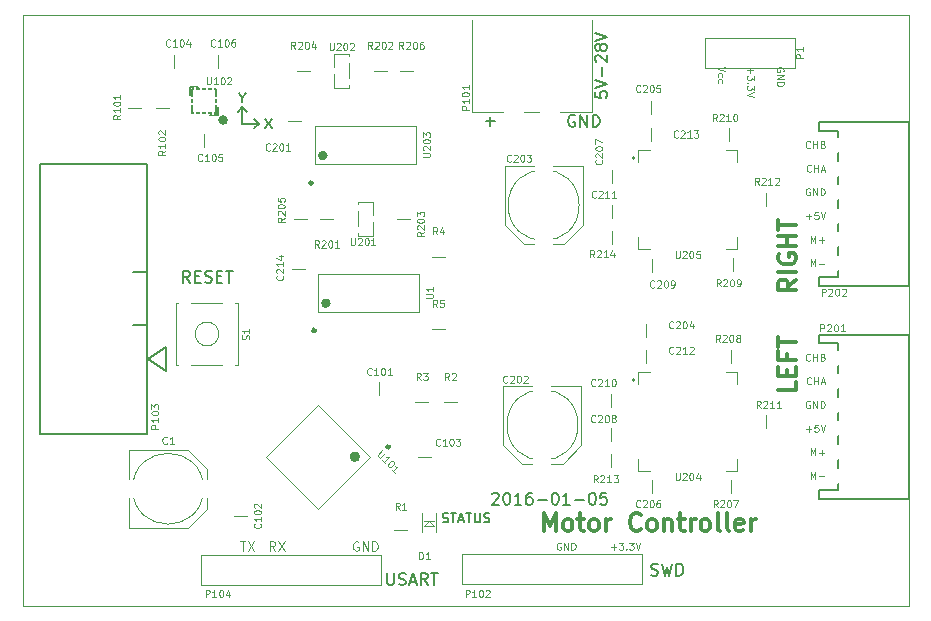
<source format=gto>
G04 #@! TF.FileFunction,Legend,Top*
%FSLAX46Y46*%
G04 Gerber Fmt 4.6, Leading zero omitted, Abs format (unit mm)*
G04 Created by KiCad (PCBNEW (2015-12-27 BZR 6404, Git c4ea4dc)-product) date Sat 09 Jan 2016 11:17:19 AM EST*
%MOMM*%
G01*
G04 APERTURE LIST*
%ADD10C,0.100000*%
%ADD11C,0.200000*%
%ADD12C,0.150000*%
%ADD13C,0.300000*%
%ADD14C,0.500000*%
%ADD15C,0.400000*%
%ADD16C,1.300000*%
%ADD17R,1.000000X1.450000*%
%ADD18R,1.450000X1.000000*%
%ADD19R,1.650000X3.250000*%
%ADD20R,1.650000X1.650000*%
%ADD21C,1.650000*%
%ADD22R,1.800000X1.800000*%
%ADD23C,1.800000*%
%ADD24R,1.300000X0.600000*%
%ADD25R,0.600000X1.550000*%
%ADD26R,1.080000X1.080000*%
%ADD27R,1.080000X0.550000*%
%ADD28R,0.550000X1.080000*%
%ADD29R,5.000000X5.000000*%
%ADD30C,3.050000*%
%ADD31R,3.250000X1.650000*%
%ADD32C,5.650000*%
%ADD33R,1.750000X1.050000*%
%ADD34R,1.100000X1.800000*%
%ADD35R,0.250000X0.600000*%
%ADD36R,0.600000X0.250000*%
G04 APERTURE END LIST*
D10*
D11*
X131600000Y-107800000D02*
X131600000Y-109200000D01*
X131600000Y-106980952D02*
X131600000Y-107361905D01*
X131333333Y-106561905D02*
X131600000Y-106980952D01*
X131866667Y-106561905D01*
X131600000Y-107800000D02*
X131200000Y-108200000D01*
X131600000Y-107800000D02*
X132000000Y-108200000D01*
X133533334Y-108761905D02*
X134066667Y-109561905D01*
X134066667Y-108761905D02*
X133533334Y-109561905D01*
X133000000Y-109200000D02*
X132600000Y-108800000D01*
X133000000Y-109200000D02*
X132600000Y-109600000D01*
X131600000Y-109200000D02*
X133000000Y-109200000D01*
D12*
X148552381Y-142923810D02*
X148666667Y-142961905D01*
X148857143Y-142961905D01*
X148933333Y-142923810D01*
X148971429Y-142885714D01*
X149009524Y-142809524D01*
X149009524Y-142733333D01*
X148971429Y-142657143D01*
X148933333Y-142619048D01*
X148857143Y-142580952D01*
X148704762Y-142542857D01*
X148628571Y-142504762D01*
X148590476Y-142466667D01*
X148552381Y-142390476D01*
X148552381Y-142314286D01*
X148590476Y-142238095D01*
X148628571Y-142200000D01*
X148704762Y-142161905D01*
X148895238Y-142161905D01*
X149009524Y-142200000D01*
X149238095Y-142161905D02*
X149695238Y-142161905D01*
X149466667Y-142961905D02*
X149466667Y-142161905D01*
X149923810Y-142733333D02*
X150304762Y-142733333D01*
X149847619Y-142961905D02*
X150114286Y-142161905D01*
X150380953Y-142961905D01*
X150533333Y-142161905D02*
X150990476Y-142161905D01*
X150761905Y-142961905D02*
X150761905Y-142161905D01*
X151257143Y-142161905D02*
X151257143Y-142809524D01*
X151295238Y-142885714D01*
X151333334Y-142923810D01*
X151409524Y-142961905D01*
X151561905Y-142961905D01*
X151638096Y-142923810D01*
X151676191Y-142885714D01*
X151714286Y-142809524D01*
X151714286Y-142161905D01*
X152057143Y-142923810D02*
X152171429Y-142961905D01*
X152361905Y-142961905D01*
X152438095Y-142923810D01*
X152476191Y-142885714D01*
X152514286Y-142809524D01*
X152514286Y-142733333D01*
X152476191Y-142657143D01*
X152438095Y-142619048D01*
X152361905Y-142580952D01*
X152209524Y-142542857D01*
X152133333Y-142504762D01*
X152095238Y-142466667D01*
X152057143Y-142390476D01*
X152057143Y-142314286D01*
X152095238Y-142238095D01*
X152133333Y-142200000D01*
X152209524Y-142161905D01*
X152400000Y-142161905D01*
X152514286Y-142200000D01*
D11*
X127147619Y-122652381D02*
X126814285Y-122176190D01*
X126576190Y-122652381D02*
X126576190Y-121652381D01*
X126957143Y-121652381D01*
X127052381Y-121700000D01*
X127100000Y-121747619D01*
X127147619Y-121842857D01*
X127147619Y-121985714D01*
X127100000Y-122080952D01*
X127052381Y-122128571D01*
X126957143Y-122176190D01*
X126576190Y-122176190D01*
X127576190Y-122128571D02*
X127909524Y-122128571D01*
X128052381Y-122652381D02*
X127576190Y-122652381D01*
X127576190Y-121652381D01*
X128052381Y-121652381D01*
X128433333Y-122604762D02*
X128576190Y-122652381D01*
X128814286Y-122652381D01*
X128909524Y-122604762D01*
X128957143Y-122557143D01*
X129004762Y-122461905D01*
X129004762Y-122366667D01*
X128957143Y-122271429D01*
X128909524Y-122223810D01*
X128814286Y-122176190D01*
X128623809Y-122128571D01*
X128528571Y-122080952D01*
X128480952Y-122033333D01*
X128433333Y-121938095D01*
X128433333Y-121842857D01*
X128480952Y-121747619D01*
X128528571Y-121700000D01*
X128623809Y-121652381D01*
X128861905Y-121652381D01*
X129004762Y-121700000D01*
X129433333Y-122128571D02*
X129766667Y-122128571D01*
X129909524Y-122652381D02*
X129433333Y-122652381D01*
X129433333Y-121652381D01*
X129909524Y-121652381D01*
X130195238Y-121652381D02*
X130766667Y-121652381D01*
X130480952Y-122652381D02*
X130480952Y-121652381D01*
D13*
X178478571Y-122400000D02*
X177764286Y-122900000D01*
X178478571Y-123257143D02*
X176978571Y-123257143D01*
X176978571Y-122685715D01*
X177050000Y-122542857D01*
X177121429Y-122471429D01*
X177264286Y-122400000D01*
X177478571Y-122400000D01*
X177621429Y-122471429D01*
X177692857Y-122542857D01*
X177764286Y-122685715D01*
X177764286Y-123257143D01*
X178478571Y-121757143D02*
X176978571Y-121757143D01*
X177050000Y-120257143D02*
X176978571Y-120400000D01*
X176978571Y-120614286D01*
X177050000Y-120828571D01*
X177192857Y-120971429D01*
X177335714Y-121042857D01*
X177621429Y-121114286D01*
X177835714Y-121114286D01*
X178121429Y-121042857D01*
X178264286Y-120971429D01*
X178407143Y-120828571D01*
X178478571Y-120614286D01*
X178478571Y-120471429D01*
X178407143Y-120257143D01*
X178335714Y-120185714D01*
X177835714Y-120185714D01*
X177835714Y-120471429D01*
X178478571Y-119542857D02*
X176978571Y-119542857D01*
X177692857Y-119542857D02*
X177692857Y-118685714D01*
X178478571Y-118685714D02*
X176978571Y-118685714D01*
X176978571Y-118185714D02*
X176978571Y-117328571D01*
X178478571Y-117757142D02*
X176978571Y-117757142D01*
X178478571Y-131028571D02*
X178478571Y-131742857D01*
X176978571Y-131742857D01*
X177692857Y-130528571D02*
X177692857Y-130028571D01*
X178478571Y-129814285D02*
X178478571Y-130528571D01*
X176978571Y-130528571D01*
X176978571Y-129814285D01*
X177692857Y-128671428D02*
X177692857Y-129171428D01*
X178478571Y-129171428D02*
X176978571Y-129171428D01*
X176978571Y-128457142D01*
X176978571Y-128100000D02*
X176978571Y-127242857D01*
X178478571Y-127671428D02*
X176978571Y-127671428D01*
D10*
X113000000Y-150000000D02*
X113000000Y-100000000D01*
X188000000Y-150000000D02*
X113000000Y-150000000D01*
X188000000Y-100000000D02*
X188000000Y-150000000D01*
X113000000Y-100000000D02*
X188000000Y-100000000D01*
D12*
X152742857Y-140547619D02*
X152790476Y-140500000D01*
X152885714Y-140452381D01*
X153123810Y-140452381D01*
X153219048Y-140500000D01*
X153266667Y-140547619D01*
X153314286Y-140642857D01*
X153314286Y-140738095D01*
X153266667Y-140880952D01*
X152695238Y-141452381D01*
X153314286Y-141452381D01*
X153933333Y-140452381D02*
X154028572Y-140452381D01*
X154123810Y-140500000D01*
X154171429Y-140547619D01*
X154219048Y-140642857D01*
X154266667Y-140833333D01*
X154266667Y-141071429D01*
X154219048Y-141261905D01*
X154171429Y-141357143D01*
X154123810Y-141404762D01*
X154028572Y-141452381D01*
X153933333Y-141452381D01*
X153838095Y-141404762D01*
X153790476Y-141357143D01*
X153742857Y-141261905D01*
X153695238Y-141071429D01*
X153695238Y-140833333D01*
X153742857Y-140642857D01*
X153790476Y-140547619D01*
X153838095Y-140500000D01*
X153933333Y-140452381D01*
X155219048Y-141452381D02*
X154647619Y-141452381D01*
X154933333Y-141452381D02*
X154933333Y-140452381D01*
X154838095Y-140595238D01*
X154742857Y-140690476D01*
X154647619Y-140738095D01*
X156076191Y-140452381D02*
X155885714Y-140452381D01*
X155790476Y-140500000D01*
X155742857Y-140547619D01*
X155647619Y-140690476D01*
X155600000Y-140880952D01*
X155600000Y-141261905D01*
X155647619Y-141357143D01*
X155695238Y-141404762D01*
X155790476Y-141452381D01*
X155980953Y-141452381D01*
X156076191Y-141404762D01*
X156123810Y-141357143D01*
X156171429Y-141261905D01*
X156171429Y-141023810D01*
X156123810Y-140928571D01*
X156076191Y-140880952D01*
X155980953Y-140833333D01*
X155790476Y-140833333D01*
X155695238Y-140880952D01*
X155647619Y-140928571D01*
X155600000Y-141023810D01*
X156600000Y-141071429D02*
X157361905Y-141071429D01*
X158028571Y-140452381D02*
X158123810Y-140452381D01*
X158219048Y-140500000D01*
X158266667Y-140547619D01*
X158314286Y-140642857D01*
X158361905Y-140833333D01*
X158361905Y-141071429D01*
X158314286Y-141261905D01*
X158266667Y-141357143D01*
X158219048Y-141404762D01*
X158123810Y-141452381D01*
X158028571Y-141452381D01*
X157933333Y-141404762D01*
X157885714Y-141357143D01*
X157838095Y-141261905D01*
X157790476Y-141071429D01*
X157790476Y-140833333D01*
X157838095Y-140642857D01*
X157885714Y-140547619D01*
X157933333Y-140500000D01*
X158028571Y-140452381D01*
X159314286Y-141452381D02*
X158742857Y-141452381D01*
X159028571Y-141452381D02*
X159028571Y-140452381D01*
X158933333Y-140595238D01*
X158838095Y-140690476D01*
X158742857Y-140738095D01*
X159742857Y-141071429D02*
X160504762Y-141071429D01*
X161171428Y-140452381D02*
X161266667Y-140452381D01*
X161361905Y-140500000D01*
X161409524Y-140547619D01*
X161457143Y-140642857D01*
X161504762Y-140833333D01*
X161504762Y-141071429D01*
X161457143Y-141261905D01*
X161409524Y-141357143D01*
X161361905Y-141404762D01*
X161266667Y-141452381D01*
X161171428Y-141452381D01*
X161076190Y-141404762D01*
X161028571Y-141357143D01*
X160980952Y-141261905D01*
X160933333Y-141071429D01*
X160933333Y-140833333D01*
X160980952Y-140642857D01*
X161028571Y-140547619D01*
X161076190Y-140500000D01*
X161171428Y-140452381D01*
X162409524Y-140452381D02*
X161933333Y-140452381D01*
X161885714Y-140928571D01*
X161933333Y-140880952D01*
X162028571Y-140833333D01*
X162266667Y-140833333D01*
X162361905Y-140880952D01*
X162409524Y-140928571D01*
X162457143Y-141023810D01*
X162457143Y-141261905D01*
X162409524Y-141357143D01*
X162361905Y-141404762D01*
X162266667Y-141452381D01*
X162028571Y-141452381D01*
X161933333Y-141404762D01*
X161885714Y-141357143D01*
D13*
X157107144Y-143678571D02*
X157107144Y-142178571D01*
X157607144Y-143250000D01*
X158107144Y-142178571D01*
X158107144Y-143678571D01*
X159035716Y-143678571D02*
X158892858Y-143607143D01*
X158821430Y-143535714D01*
X158750001Y-143392857D01*
X158750001Y-142964286D01*
X158821430Y-142821429D01*
X158892858Y-142750000D01*
X159035716Y-142678571D01*
X159250001Y-142678571D01*
X159392858Y-142750000D01*
X159464287Y-142821429D01*
X159535716Y-142964286D01*
X159535716Y-143392857D01*
X159464287Y-143535714D01*
X159392858Y-143607143D01*
X159250001Y-143678571D01*
X159035716Y-143678571D01*
X159964287Y-142678571D02*
X160535716Y-142678571D01*
X160178573Y-142178571D02*
X160178573Y-143464286D01*
X160250001Y-143607143D01*
X160392859Y-143678571D01*
X160535716Y-143678571D01*
X161250002Y-143678571D02*
X161107144Y-143607143D01*
X161035716Y-143535714D01*
X160964287Y-143392857D01*
X160964287Y-142964286D01*
X161035716Y-142821429D01*
X161107144Y-142750000D01*
X161250002Y-142678571D01*
X161464287Y-142678571D01*
X161607144Y-142750000D01*
X161678573Y-142821429D01*
X161750002Y-142964286D01*
X161750002Y-143392857D01*
X161678573Y-143535714D01*
X161607144Y-143607143D01*
X161464287Y-143678571D01*
X161250002Y-143678571D01*
X162392859Y-143678571D02*
X162392859Y-142678571D01*
X162392859Y-142964286D02*
X162464287Y-142821429D01*
X162535716Y-142750000D01*
X162678573Y-142678571D01*
X162821430Y-142678571D01*
X165321430Y-143535714D02*
X165250001Y-143607143D01*
X165035715Y-143678571D01*
X164892858Y-143678571D01*
X164678573Y-143607143D01*
X164535715Y-143464286D01*
X164464287Y-143321429D01*
X164392858Y-143035714D01*
X164392858Y-142821429D01*
X164464287Y-142535714D01*
X164535715Y-142392857D01*
X164678573Y-142250000D01*
X164892858Y-142178571D01*
X165035715Y-142178571D01*
X165250001Y-142250000D01*
X165321430Y-142321429D01*
X166178573Y-143678571D02*
X166035715Y-143607143D01*
X165964287Y-143535714D01*
X165892858Y-143392857D01*
X165892858Y-142964286D01*
X165964287Y-142821429D01*
X166035715Y-142750000D01*
X166178573Y-142678571D01*
X166392858Y-142678571D01*
X166535715Y-142750000D01*
X166607144Y-142821429D01*
X166678573Y-142964286D01*
X166678573Y-143392857D01*
X166607144Y-143535714D01*
X166535715Y-143607143D01*
X166392858Y-143678571D01*
X166178573Y-143678571D01*
X167321430Y-142678571D02*
X167321430Y-143678571D01*
X167321430Y-142821429D02*
X167392858Y-142750000D01*
X167535716Y-142678571D01*
X167750001Y-142678571D01*
X167892858Y-142750000D01*
X167964287Y-142892857D01*
X167964287Y-143678571D01*
X168464287Y-142678571D02*
X169035716Y-142678571D01*
X168678573Y-142178571D02*
X168678573Y-143464286D01*
X168750001Y-143607143D01*
X168892859Y-143678571D01*
X169035716Y-143678571D01*
X169535716Y-143678571D02*
X169535716Y-142678571D01*
X169535716Y-142964286D02*
X169607144Y-142821429D01*
X169678573Y-142750000D01*
X169821430Y-142678571D01*
X169964287Y-142678571D01*
X170678573Y-143678571D02*
X170535715Y-143607143D01*
X170464287Y-143535714D01*
X170392858Y-143392857D01*
X170392858Y-142964286D01*
X170464287Y-142821429D01*
X170535715Y-142750000D01*
X170678573Y-142678571D01*
X170892858Y-142678571D01*
X171035715Y-142750000D01*
X171107144Y-142821429D01*
X171178573Y-142964286D01*
X171178573Y-143392857D01*
X171107144Y-143535714D01*
X171035715Y-143607143D01*
X170892858Y-143678571D01*
X170678573Y-143678571D01*
X172035716Y-143678571D02*
X171892858Y-143607143D01*
X171821430Y-143464286D01*
X171821430Y-142178571D01*
X172821430Y-143678571D02*
X172678572Y-143607143D01*
X172607144Y-143464286D01*
X172607144Y-142178571D01*
X173964286Y-143607143D02*
X173821429Y-143678571D01*
X173535715Y-143678571D01*
X173392858Y-143607143D01*
X173321429Y-143464286D01*
X173321429Y-142892857D01*
X173392858Y-142750000D01*
X173535715Y-142678571D01*
X173821429Y-142678571D01*
X173964286Y-142750000D01*
X174035715Y-142892857D01*
X174035715Y-143035714D01*
X173321429Y-143178571D01*
X174678572Y-143678571D02*
X174678572Y-142678571D01*
X174678572Y-142964286D02*
X174750000Y-142821429D01*
X174821429Y-142750000D01*
X174964286Y-142678571D01*
X175107143Y-142678571D01*
D10*
X172428571Y-104357143D02*
X171828571Y-104557143D01*
X172428571Y-104757143D01*
X171857143Y-105214286D02*
X171828571Y-105157143D01*
X171828571Y-105042857D01*
X171857143Y-104985715D01*
X171885714Y-104957143D01*
X171942857Y-104928572D01*
X172114286Y-104928572D01*
X172171429Y-104957143D01*
X172200000Y-104985715D01*
X172228571Y-105042857D01*
X172228571Y-105157143D01*
X172200000Y-105214286D01*
X171857143Y-105728572D02*
X171828571Y-105671429D01*
X171828571Y-105557143D01*
X171857143Y-105500001D01*
X171885714Y-105471429D01*
X171942857Y-105442858D01*
X172114286Y-105442858D01*
X172171429Y-105471429D01*
X172200000Y-105500001D01*
X172228571Y-105557143D01*
X172228571Y-105671429D01*
X172200000Y-105728572D01*
X174557143Y-104442857D02*
X174557143Y-104900000D01*
X174328571Y-104671429D02*
X174785714Y-104671429D01*
X174928571Y-105128571D02*
X174928571Y-105500000D01*
X174700000Y-105300000D01*
X174700000Y-105385714D01*
X174671429Y-105442857D01*
X174642857Y-105471428D01*
X174585714Y-105500000D01*
X174442857Y-105500000D01*
X174385714Y-105471428D01*
X174357143Y-105442857D01*
X174328571Y-105385714D01*
X174328571Y-105214286D01*
X174357143Y-105157143D01*
X174385714Y-105128571D01*
X174385714Y-105757143D02*
X174357143Y-105785715D01*
X174328571Y-105757143D01*
X174357143Y-105728572D01*
X174385714Y-105757143D01*
X174328571Y-105757143D01*
X174928571Y-105985714D02*
X174928571Y-106357143D01*
X174700000Y-106157143D01*
X174700000Y-106242857D01*
X174671429Y-106300000D01*
X174642857Y-106328571D01*
X174585714Y-106357143D01*
X174442857Y-106357143D01*
X174385714Y-106328571D01*
X174357143Y-106300000D01*
X174328571Y-106242857D01*
X174328571Y-106071429D01*
X174357143Y-106014286D01*
X174385714Y-105985714D01*
X174928571Y-106528572D02*
X174328571Y-106728572D01*
X174928571Y-106928572D01*
X177400000Y-104757143D02*
X177428571Y-104700000D01*
X177428571Y-104614286D01*
X177400000Y-104528571D01*
X177342857Y-104471429D01*
X177285714Y-104442857D01*
X177171429Y-104414286D01*
X177085714Y-104414286D01*
X176971429Y-104442857D01*
X176914286Y-104471429D01*
X176857143Y-104528571D01*
X176828571Y-104614286D01*
X176828571Y-104671429D01*
X176857143Y-104757143D01*
X176885714Y-104785714D01*
X177085714Y-104785714D01*
X177085714Y-104671429D01*
X176828571Y-105042857D02*
X177428571Y-105042857D01*
X176828571Y-105385714D01*
X177428571Y-105385714D01*
X176828571Y-105671428D02*
X177428571Y-105671428D01*
X177428571Y-105814285D01*
X177400000Y-105900000D01*
X177342857Y-105957142D01*
X177285714Y-105985714D01*
X177171429Y-106014285D01*
X177085714Y-106014285D01*
X176971429Y-105985714D01*
X176914286Y-105957142D01*
X176857143Y-105900000D01*
X176828571Y-105814285D01*
X176828571Y-105671428D01*
X179714286Y-121271429D02*
X179714286Y-120671429D01*
X179914286Y-121100000D01*
X180114286Y-120671429D01*
X180114286Y-121271429D01*
X180400000Y-121042857D02*
X180857143Y-121042857D01*
X179714286Y-119271429D02*
X179714286Y-118671429D01*
X179914286Y-119100000D01*
X180114286Y-118671429D01*
X180114286Y-119271429D01*
X180400000Y-119042857D02*
X180857143Y-119042857D01*
X180628572Y-119271429D02*
X180628572Y-118814286D01*
X179314285Y-117042857D02*
X179771428Y-117042857D01*
X179542857Y-117271429D02*
X179542857Y-116814286D01*
X180342856Y-116671429D02*
X180057142Y-116671429D01*
X180028571Y-116957143D01*
X180057142Y-116928571D01*
X180114285Y-116900000D01*
X180257142Y-116900000D01*
X180314285Y-116928571D01*
X180342856Y-116957143D01*
X180371428Y-117014286D01*
X180371428Y-117157143D01*
X180342856Y-117214286D01*
X180314285Y-117242857D01*
X180257142Y-117271429D01*
X180114285Y-117271429D01*
X180057142Y-117242857D01*
X180028571Y-117214286D01*
X180542857Y-116671429D02*
X180742857Y-117271429D01*
X180942857Y-116671429D01*
X179628572Y-114700000D02*
X179571429Y-114671429D01*
X179485715Y-114671429D01*
X179400000Y-114700000D01*
X179342858Y-114757143D01*
X179314286Y-114814286D01*
X179285715Y-114928571D01*
X179285715Y-115014286D01*
X179314286Y-115128571D01*
X179342858Y-115185714D01*
X179400000Y-115242857D01*
X179485715Y-115271429D01*
X179542858Y-115271429D01*
X179628572Y-115242857D01*
X179657143Y-115214286D01*
X179657143Y-115014286D01*
X179542858Y-115014286D01*
X179914286Y-115271429D02*
X179914286Y-114671429D01*
X180257143Y-115271429D01*
X180257143Y-114671429D01*
X180542857Y-115271429D02*
X180542857Y-114671429D01*
X180685714Y-114671429D01*
X180771429Y-114700000D01*
X180828571Y-114757143D01*
X180857143Y-114814286D01*
X180885714Y-114928571D01*
X180885714Y-115014286D01*
X180857143Y-115128571D01*
X180828571Y-115185714D01*
X180771429Y-115242857D01*
X180685714Y-115271429D01*
X180542857Y-115271429D01*
X179742857Y-113214286D02*
X179714286Y-113242857D01*
X179628572Y-113271429D01*
X179571429Y-113271429D01*
X179485714Y-113242857D01*
X179428572Y-113185714D01*
X179400000Y-113128571D01*
X179371429Y-113014286D01*
X179371429Y-112928571D01*
X179400000Y-112814286D01*
X179428572Y-112757143D01*
X179485714Y-112700000D01*
X179571429Y-112671429D01*
X179628572Y-112671429D01*
X179714286Y-112700000D01*
X179742857Y-112728571D01*
X180000000Y-113271429D02*
X180000000Y-112671429D01*
X180000000Y-112957143D02*
X180342857Y-112957143D01*
X180342857Y-113271429D02*
X180342857Y-112671429D01*
X180600000Y-113100000D02*
X180885714Y-113100000D01*
X180542857Y-113271429D02*
X180742857Y-112671429D01*
X180942857Y-113271429D01*
X179657143Y-111214286D02*
X179628572Y-111242857D01*
X179542858Y-111271429D01*
X179485715Y-111271429D01*
X179400000Y-111242857D01*
X179342858Y-111185714D01*
X179314286Y-111128571D01*
X179285715Y-111014286D01*
X179285715Y-110928571D01*
X179314286Y-110814286D01*
X179342858Y-110757143D01*
X179400000Y-110700000D01*
X179485715Y-110671429D01*
X179542858Y-110671429D01*
X179628572Y-110700000D01*
X179657143Y-110728571D01*
X179914286Y-111271429D02*
X179914286Y-110671429D01*
X179914286Y-110957143D02*
X180257143Y-110957143D01*
X180257143Y-111271429D02*
X180257143Y-110671429D01*
X180742857Y-110957143D02*
X180828571Y-110985714D01*
X180857143Y-111014286D01*
X180885714Y-111071429D01*
X180885714Y-111157143D01*
X180857143Y-111214286D01*
X180828571Y-111242857D01*
X180771429Y-111271429D01*
X180542857Y-111271429D01*
X180542857Y-110671429D01*
X180742857Y-110671429D01*
X180800000Y-110700000D01*
X180828571Y-110728571D01*
X180857143Y-110785714D01*
X180857143Y-110842857D01*
X180828571Y-110900000D01*
X180800000Y-110928571D01*
X180742857Y-110957143D01*
X180542857Y-110957143D01*
X179657143Y-129214286D02*
X179628572Y-129242857D01*
X179542858Y-129271429D01*
X179485715Y-129271429D01*
X179400000Y-129242857D01*
X179342858Y-129185714D01*
X179314286Y-129128571D01*
X179285715Y-129014286D01*
X179285715Y-128928571D01*
X179314286Y-128814286D01*
X179342858Y-128757143D01*
X179400000Y-128700000D01*
X179485715Y-128671429D01*
X179542858Y-128671429D01*
X179628572Y-128700000D01*
X179657143Y-128728571D01*
X179914286Y-129271429D02*
X179914286Y-128671429D01*
X179914286Y-128957143D02*
X180257143Y-128957143D01*
X180257143Y-129271429D02*
X180257143Y-128671429D01*
X180742857Y-128957143D02*
X180828571Y-128985714D01*
X180857143Y-129014286D01*
X180885714Y-129071429D01*
X180885714Y-129157143D01*
X180857143Y-129214286D01*
X180828571Y-129242857D01*
X180771429Y-129271429D01*
X180542857Y-129271429D01*
X180542857Y-128671429D01*
X180742857Y-128671429D01*
X180800000Y-128700000D01*
X180828571Y-128728571D01*
X180857143Y-128785714D01*
X180857143Y-128842857D01*
X180828571Y-128900000D01*
X180800000Y-128928571D01*
X180742857Y-128957143D01*
X180542857Y-128957143D01*
X179742857Y-131214286D02*
X179714286Y-131242857D01*
X179628572Y-131271429D01*
X179571429Y-131271429D01*
X179485714Y-131242857D01*
X179428572Y-131185714D01*
X179400000Y-131128571D01*
X179371429Y-131014286D01*
X179371429Y-130928571D01*
X179400000Y-130814286D01*
X179428572Y-130757143D01*
X179485714Y-130700000D01*
X179571429Y-130671429D01*
X179628572Y-130671429D01*
X179714286Y-130700000D01*
X179742857Y-130728571D01*
X180000000Y-131271429D02*
X180000000Y-130671429D01*
X180000000Y-130957143D02*
X180342857Y-130957143D01*
X180342857Y-131271429D02*
X180342857Y-130671429D01*
X180600000Y-131100000D02*
X180885714Y-131100000D01*
X180542857Y-131271429D02*
X180742857Y-130671429D01*
X180942857Y-131271429D01*
X179714286Y-137271429D02*
X179714286Y-136671429D01*
X179914286Y-137100000D01*
X180114286Y-136671429D01*
X180114286Y-137271429D01*
X180400000Y-137042857D02*
X180857143Y-137042857D01*
X180628572Y-137271429D02*
X180628572Y-136814286D01*
X179714286Y-139271429D02*
X179714286Y-138671429D01*
X179914286Y-139100000D01*
X180114286Y-138671429D01*
X180114286Y-139271429D01*
X180400000Y-139042857D02*
X180857143Y-139042857D01*
X179314285Y-135042857D02*
X179771428Y-135042857D01*
X179542857Y-135271429D02*
X179542857Y-134814286D01*
X180342856Y-134671429D02*
X180057142Y-134671429D01*
X180028571Y-134957143D01*
X180057142Y-134928571D01*
X180114285Y-134900000D01*
X180257142Y-134900000D01*
X180314285Y-134928571D01*
X180342856Y-134957143D01*
X180371428Y-135014286D01*
X180371428Y-135157143D01*
X180342856Y-135214286D01*
X180314285Y-135242857D01*
X180257142Y-135271429D01*
X180114285Y-135271429D01*
X180057142Y-135242857D01*
X180028571Y-135214286D01*
X180542857Y-134671429D02*
X180742857Y-135271429D01*
X180942857Y-134671429D01*
X179628572Y-132700000D02*
X179571429Y-132671429D01*
X179485715Y-132671429D01*
X179400000Y-132700000D01*
X179342858Y-132757143D01*
X179314286Y-132814286D01*
X179285715Y-132928571D01*
X179285715Y-133014286D01*
X179314286Y-133128571D01*
X179342858Y-133185714D01*
X179400000Y-133242857D01*
X179485715Y-133271429D01*
X179542858Y-133271429D01*
X179628572Y-133242857D01*
X179657143Y-133214286D01*
X179657143Y-133014286D01*
X179542858Y-133014286D01*
X179914286Y-133271429D02*
X179914286Y-132671429D01*
X180257143Y-133271429D01*
X180257143Y-132671429D01*
X180542857Y-133271429D02*
X180542857Y-132671429D01*
X180685714Y-132671429D01*
X180771429Y-132700000D01*
X180828571Y-132757143D01*
X180857143Y-132814286D01*
X180885714Y-132928571D01*
X180885714Y-133014286D01*
X180857143Y-133128571D01*
X180828571Y-133185714D01*
X180771429Y-133242857D01*
X180685714Y-133271429D01*
X180542857Y-133271429D01*
D12*
X159738096Y-108500000D02*
X159642858Y-108452381D01*
X159500001Y-108452381D01*
X159357143Y-108500000D01*
X159261905Y-108595238D01*
X159214286Y-108690476D01*
X159166667Y-108880952D01*
X159166667Y-109023810D01*
X159214286Y-109214286D01*
X159261905Y-109309524D01*
X159357143Y-109404762D01*
X159500001Y-109452381D01*
X159595239Y-109452381D01*
X159738096Y-109404762D01*
X159785715Y-109357143D01*
X159785715Y-109023810D01*
X159595239Y-109023810D01*
X160214286Y-109452381D02*
X160214286Y-108452381D01*
X160785715Y-109452381D01*
X160785715Y-108452381D01*
X161261905Y-109452381D02*
X161261905Y-108452381D01*
X161500000Y-108452381D01*
X161642858Y-108500000D01*
X161738096Y-108595238D01*
X161785715Y-108690476D01*
X161833334Y-108880952D01*
X161833334Y-109023810D01*
X161785715Y-109214286D01*
X161738096Y-109309524D01*
X161642858Y-109404762D01*
X161500000Y-109452381D01*
X161261905Y-109452381D01*
X152571429Y-109380952D02*
X152571429Y-108619047D01*
X152952381Y-108999999D02*
X152190476Y-108999999D01*
X161452381Y-106490476D02*
X161452381Y-106966667D01*
X161928571Y-107014286D01*
X161880952Y-106966667D01*
X161833333Y-106871429D01*
X161833333Y-106633333D01*
X161880952Y-106538095D01*
X161928571Y-106490476D01*
X162023810Y-106442857D01*
X162261905Y-106442857D01*
X162357143Y-106490476D01*
X162404762Y-106538095D01*
X162452381Y-106633333D01*
X162452381Y-106871429D01*
X162404762Y-106966667D01*
X162357143Y-107014286D01*
X161452381Y-106157143D02*
X162452381Y-105823810D01*
X161452381Y-105490476D01*
X162071429Y-105157143D02*
X162071429Y-104395238D01*
X161547619Y-103966667D02*
X161500000Y-103919048D01*
X161452381Y-103823810D01*
X161452381Y-103585714D01*
X161500000Y-103490476D01*
X161547619Y-103442857D01*
X161642857Y-103395238D01*
X161738095Y-103395238D01*
X161880952Y-103442857D01*
X162452381Y-104014286D01*
X162452381Y-103395238D01*
X161880952Y-102823810D02*
X161833333Y-102919048D01*
X161785714Y-102966667D01*
X161690476Y-103014286D01*
X161642857Y-103014286D01*
X161547619Y-102966667D01*
X161500000Y-102919048D01*
X161452381Y-102823810D01*
X161452381Y-102633333D01*
X161500000Y-102538095D01*
X161547619Y-102490476D01*
X161642857Y-102442857D01*
X161690476Y-102442857D01*
X161785714Y-102490476D01*
X161833333Y-102538095D01*
X161880952Y-102633333D01*
X161880952Y-102823810D01*
X161928571Y-102919048D01*
X161976190Y-102966667D01*
X162071429Y-103014286D01*
X162261905Y-103014286D01*
X162357143Y-102966667D01*
X162404762Y-102919048D01*
X162452381Y-102823810D01*
X162452381Y-102633333D01*
X162404762Y-102538095D01*
X162357143Y-102490476D01*
X162261905Y-102442857D01*
X162071429Y-102442857D01*
X161976190Y-102490476D01*
X161928571Y-102538095D01*
X161880952Y-102633333D01*
X161452381Y-102157143D02*
X162452381Y-101823810D01*
X161452381Y-101490476D01*
D10*
X158542858Y-144700000D02*
X158485715Y-144671429D01*
X158400001Y-144671429D01*
X158314286Y-144700000D01*
X158257144Y-144757143D01*
X158228572Y-144814286D01*
X158200001Y-144928571D01*
X158200001Y-145014286D01*
X158228572Y-145128571D01*
X158257144Y-145185714D01*
X158314286Y-145242857D01*
X158400001Y-145271429D01*
X158457144Y-145271429D01*
X158542858Y-145242857D01*
X158571429Y-145214286D01*
X158571429Y-145014286D01*
X158457144Y-145014286D01*
X158828572Y-145271429D02*
X158828572Y-144671429D01*
X159171429Y-145271429D01*
X159171429Y-144671429D01*
X159457143Y-145271429D02*
X159457143Y-144671429D01*
X159600000Y-144671429D01*
X159685715Y-144700000D01*
X159742857Y-144757143D01*
X159771429Y-144814286D01*
X159800000Y-144928571D01*
X159800000Y-145014286D01*
X159771429Y-145128571D01*
X159742857Y-145185714D01*
X159685715Y-145242857D01*
X159600000Y-145271429D01*
X159457143Y-145271429D01*
X162800000Y-145042857D02*
X163257143Y-145042857D01*
X163028572Y-145271429D02*
X163028572Y-144814286D01*
X163485714Y-144671429D02*
X163857143Y-144671429D01*
X163657143Y-144900000D01*
X163742857Y-144900000D01*
X163800000Y-144928571D01*
X163828571Y-144957143D01*
X163857143Y-145014286D01*
X163857143Y-145157143D01*
X163828571Y-145214286D01*
X163800000Y-145242857D01*
X163742857Y-145271429D01*
X163571429Y-145271429D01*
X163514286Y-145242857D01*
X163485714Y-145214286D01*
X164114286Y-145214286D02*
X164142858Y-145242857D01*
X164114286Y-145271429D01*
X164085715Y-145242857D01*
X164114286Y-145214286D01*
X164114286Y-145271429D01*
X164342857Y-144671429D02*
X164714286Y-144671429D01*
X164514286Y-144900000D01*
X164600000Y-144900000D01*
X164657143Y-144928571D01*
X164685714Y-144957143D01*
X164714286Y-145014286D01*
X164714286Y-145157143D01*
X164685714Y-145214286D01*
X164657143Y-145242857D01*
X164600000Y-145271429D01*
X164428572Y-145271429D01*
X164371429Y-145242857D01*
X164342857Y-145214286D01*
X164885715Y-144671429D02*
X165085715Y-145271429D01*
X165285715Y-144671429D01*
X141390477Y-144600000D02*
X141314286Y-144561905D01*
X141200001Y-144561905D01*
X141085715Y-144600000D01*
X141009524Y-144676190D01*
X140971429Y-144752381D01*
X140933334Y-144904762D01*
X140933334Y-145019048D01*
X140971429Y-145171429D01*
X141009524Y-145247619D01*
X141085715Y-145323810D01*
X141200001Y-145361905D01*
X141276191Y-145361905D01*
X141390477Y-145323810D01*
X141428572Y-145285714D01*
X141428572Y-145019048D01*
X141276191Y-145019048D01*
X141771429Y-145361905D02*
X141771429Y-144561905D01*
X142228572Y-145361905D01*
X142228572Y-144561905D01*
X142609524Y-145361905D02*
X142609524Y-144561905D01*
X142800000Y-144561905D01*
X142914286Y-144600000D01*
X142990477Y-144676190D01*
X143028572Y-144752381D01*
X143066667Y-144904762D01*
X143066667Y-145019048D01*
X143028572Y-145171429D01*
X142990477Y-145247619D01*
X142914286Y-145323810D01*
X142800000Y-145361905D01*
X142609524Y-145361905D01*
X134366667Y-145361905D02*
X134100000Y-144980952D01*
X133909524Y-145361905D02*
X133909524Y-144561905D01*
X134214286Y-144561905D01*
X134290477Y-144600000D01*
X134328572Y-144638095D01*
X134366667Y-144714286D01*
X134366667Y-144828571D01*
X134328572Y-144904762D01*
X134290477Y-144942857D01*
X134214286Y-144980952D01*
X133909524Y-144980952D01*
X134633334Y-144561905D02*
X135166667Y-145361905D01*
X135166667Y-144561905D02*
X134633334Y-145361905D01*
X131390476Y-144561905D02*
X131847619Y-144561905D01*
X131619048Y-145361905D02*
X131619048Y-144561905D01*
X132038096Y-144561905D02*
X132571429Y-145361905D01*
X132571429Y-144561905D02*
X132038096Y-145361905D01*
D11*
X166190476Y-147404762D02*
X166333333Y-147452381D01*
X166571429Y-147452381D01*
X166666667Y-147404762D01*
X166714286Y-147357143D01*
X166761905Y-147261905D01*
X166761905Y-147166667D01*
X166714286Y-147071429D01*
X166666667Y-147023810D01*
X166571429Y-146976190D01*
X166380952Y-146928571D01*
X166285714Y-146880952D01*
X166238095Y-146833333D01*
X166190476Y-146738095D01*
X166190476Y-146642857D01*
X166238095Y-146547619D01*
X166285714Y-146500000D01*
X166380952Y-146452381D01*
X166619048Y-146452381D01*
X166761905Y-146500000D01*
X167095238Y-146452381D02*
X167333333Y-147452381D01*
X167523810Y-146738095D01*
X167714286Y-147452381D01*
X167952381Y-146452381D01*
X168333333Y-147452381D02*
X168333333Y-146452381D01*
X168571428Y-146452381D01*
X168714286Y-146500000D01*
X168809524Y-146595238D01*
X168857143Y-146690476D01*
X168904762Y-146880952D01*
X168904762Y-147023810D01*
X168857143Y-147214286D01*
X168809524Y-147309524D01*
X168714286Y-147404762D01*
X168571428Y-147452381D01*
X168333333Y-147452381D01*
X143838095Y-147252381D02*
X143838095Y-148061905D01*
X143885714Y-148157143D01*
X143933333Y-148204762D01*
X144028571Y-148252381D01*
X144219048Y-148252381D01*
X144314286Y-148204762D01*
X144361905Y-148157143D01*
X144409524Y-148061905D01*
X144409524Y-147252381D01*
X144838095Y-148204762D02*
X144980952Y-148252381D01*
X145219048Y-148252381D01*
X145314286Y-148204762D01*
X145361905Y-148157143D01*
X145409524Y-148061905D01*
X145409524Y-147966667D01*
X145361905Y-147871429D01*
X145314286Y-147823810D01*
X145219048Y-147776190D01*
X145028571Y-147728571D01*
X144933333Y-147680952D01*
X144885714Y-147633333D01*
X144838095Y-147538095D01*
X144838095Y-147442857D01*
X144885714Y-147347619D01*
X144933333Y-147300000D01*
X145028571Y-147252381D01*
X145266667Y-147252381D01*
X145409524Y-147300000D01*
X145790476Y-147966667D02*
X146266667Y-147966667D01*
X145695238Y-148252381D02*
X146028571Y-147252381D01*
X146361905Y-148252381D01*
X147266667Y-148252381D02*
X146933333Y-147776190D01*
X146695238Y-148252381D02*
X146695238Y-147252381D01*
X147076191Y-147252381D01*
X147171429Y-147300000D01*
X147219048Y-147347619D01*
X147266667Y-147442857D01*
X147266667Y-147585714D01*
X147219048Y-147680952D01*
X147171429Y-147728571D01*
X147076191Y-147776190D01*
X146695238Y-147776190D01*
X147552381Y-147252381D02*
X148123810Y-147252381D01*
X147838095Y-148252381D02*
X147838095Y-147252381D01*
D13*
X144039697Y-136551472D02*
G75*
G03X144039697Y-136551472I-100000J0D01*
G01*
D14*
X141311270Y-137400000D02*
G75*
G03X141311270Y-137400000I-200000J0D01*
G01*
D10*
X142384062Y-137400000D02*
X138000000Y-141784062D01*
X138000000Y-141784062D02*
X133615938Y-137400000D01*
X133615938Y-137400000D02*
X138000000Y-133015938D01*
X138000000Y-133015938D02*
X142384062Y-137400000D01*
D12*
X180400000Y-140950000D02*
X180400000Y-140200000D01*
X180400000Y-140200000D02*
X182000000Y-140200000D01*
X180400000Y-127050000D02*
X180400000Y-127800000D01*
X180400000Y-127800000D02*
X182000000Y-127800000D01*
X182000000Y-127800000D02*
X182000000Y-140200000D01*
X188000000Y-127050000D02*
X188000000Y-140950000D01*
X188000000Y-140950000D02*
X180400000Y-140950000D01*
X188000000Y-127050000D02*
X180400000Y-127050000D01*
D10*
X143200000Y-131050000D02*
X143200000Y-132150000D01*
X131950000Y-142400000D02*
X130850000Y-142400000D01*
X147550000Y-137400000D02*
X146450000Y-137400000D01*
X125761457Y-104444165D02*
X125761457Y-103344165D01*
X128361457Y-110044165D02*
X128361457Y-111144165D01*
X129561457Y-103344165D02*
X129561457Y-104444165D01*
X136550000Y-109000000D02*
X135450000Y-109000000D01*
X153700000Y-136400000D02*
X155300000Y-138000000D01*
X155300000Y-138000000D02*
X158700000Y-138000000D01*
X158700000Y-138000000D02*
X160300000Y-136400000D01*
X160300000Y-136400000D02*
X160300000Y-131400000D01*
X160300000Y-131400000D02*
X153700000Y-131400000D01*
X153700000Y-131400000D02*
X153700000Y-136400000D01*
X160000000Y-134700000D02*
G75*
G03X160000000Y-134700000I-3000000J0D01*
G01*
X153800000Y-117800000D02*
X155400000Y-119400000D01*
X155400000Y-119400000D02*
X158800000Y-119400000D01*
X158800000Y-119400000D02*
X160400000Y-117800000D01*
X160400000Y-117800000D02*
X160400000Y-112800000D01*
X160400000Y-112800000D02*
X153800000Y-112800000D01*
X153800000Y-112800000D02*
X153800000Y-117800000D01*
X160100000Y-116100000D02*
G75*
G03X160100000Y-116100000I-3000000J0D01*
G01*
X165800000Y-127250000D02*
X165800000Y-126150000D01*
X166200000Y-108350000D02*
X166200000Y-107250000D01*
X166300000Y-140450000D02*
X166300000Y-139350000D01*
X162900000Y-114250000D02*
X162900000Y-113150000D01*
X162800000Y-136050000D02*
X162800000Y-134950000D01*
X166300000Y-121750000D02*
X166300000Y-120650000D01*
X162800000Y-133150000D02*
X162800000Y-132050000D01*
X162900000Y-117150000D02*
X162900000Y-116050000D01*
X165800000Y-129450000D02*
X165800000Y-128350000D01*
X166200000Y-110650000D02*
X166200000Y-109550000D01*
X136919145Y-121481052D02*
X135819145Y-121481052D01*
X165410000Y-148150000D02*
X150160000Y-148150000D01*
X150160000Y-148150000D02*
X150160000Y-145650000D01*
X150160000Y-145650000D02*
X165410000Y-145650000D01*
X165410000Y-145650000D02*
X165410000Y-148150000D01*
D12*
X123550000Y-121750000D02*
X122300000Y-121750000D01*
X123550000Y-126250000D02*
X122300000Y-126250000D01*
X123572000Y-129080000D02*
X125096000Y-130096000D01*
X125096000Y-130096000D02*
X125096000Y-128064000D01*
X125096000Y-128064000D02*
X123572000Y-129080000D01*
X114450000Y-135430000D02*
X123550000Y-135430000D01*
X123550000Y-135430000D02*
X123550000Y-112570000D01*
X123550000Y-112570000D02*
X114450000Y-112570000D01*
X114450000Y-112570000D02*
X114450000Y-135430000D01*
D10*
X143370000Y-148250000D02*
X128120000Y-148250000D01*
X128120000Y-148250000D02*
X128120000Y-145750000D01*
X128120000Y-145750000D02*
X143370000Y-145750000D01*
X143370000Y-145750000D02*
X143370000Y-148250000D01*
X123011457Y-107894165D02*
X121911457Y-107894165D01*
X125411457Y-107894165D02*
X124311457Y-107894165D01*
X139300000Y-117250000D02*
X138200000Y-117250000D01*
X142700000Y-104750000D02*
X143800000Y-104750000D01*
X144700000Y-117250000D02*
X145800000Y-117250000D01*
X136200000Y-104750000D02*
X137300000Y-104750000D01*
X137050000Y-117250000D02*
X135950000Y-117250000D01*
X144950000Y-104750000D02*
X146050000Y-104750000D01*
X173000000Y-140450000D02*
X173000000Y-139350000D01*
X173000000Y-128350000D02*
X173000000Y-129450000D01*
X173100000Y-121650000D02*
X173100000Y-120550000D01*
X172800000Y-109550000D02*
X172800000Y-110650000D01*
X175900000Y-134950000D02*
X175900000Y-133850000D01*
X175900000Y-116150000D02*
X175900000Y-115050000D01*
X162800000Y-138250000D02*
X162800000Y-137150000D01*
X162900000Y-119350000D02*
X162900000Y-118250000D01*
X141350000Y-115800000D02*
X142650000Y-115800000D01*
X142650000Y-115800000D02*
X142650000Y-118700000D01*
X141350000Y-118700000D02*
X142650000Y-118700000D01*
X141350000Y-118700000D02*
X141350000Y-115800000D01*
X140650000Y-106200000D02*
X139350000Y-106200000D01*
X139350000Y-106200000D02*
X139350000Y-103300000D01*
X140650000Y-103300000D02*
X139350000Y-103300000D01*
X140650000Y-103300000D02*
X140650000Y-106200000D01*
D13*
X137500000Y-114200000D02*
G75*
G03X137500000Y-114200000I-100000J0D01*
G01*
D15*
X138600000Y-111900000D02*
G75*
G03X138600000Y-111900000I-200000J0D01*
G01*
D10*
X137700000Y-112600000D02*
X137700000Y-109400000D01*
X137700000Y-109400000D02*
X146300000Y-109400000D01*
X146300000Y-109400000D02*
X146300000Y-112600000D01*
X146300000Y-112600000D02*
X137700000Y-112600000D01*
X165100000Y-137600000D02*
X165100000Y-138600000D01*
X165100000Y-138600000D02*
X166100000Y-138600000D01*
X173500000Y-137600000D02*
X173500000Y-138600000D01*
X173500000Y-138600000D02*
X172500000Y-138600000D01*
X172500000Y-130200000D02*
X173500000Y-130200000D01*
X173500000Y-130200000D02*
X173500000Y-131200000D01*
X165100000Y-131200000D02*
X165100000Y-130200000D01*
X165100000Y-130200000D02*
X166100000Y-130200000D01*
D11*
X164800000Y-130900000D02*
G75*
G03X164800000Y-130900000I-100000J0D01*
G01*
D10*
X165100000Y-118800000D02*
X165100000Y-119800000D01*
X165100000Y-119800000D02*
X166100000Y-119800000D01*
X173500000Y-118800000D02*
X173500000Y-119800000D01*
X173500000Y-119800000D02*
X172500000Y-119800000D01*
X172500000Y-111400000D02*
X173500000Y-111400000D01*
X173500000Y-111400000D02*
X173500000Y-112400000D01*
X165100000Y-112400000D02*
X165100000Y-111400000D01*
X165100000Y-111400000D02*
X166100000Y-111400000D01*
D11*
X164800000Y-112100000D02*
G75*
G03X164800000Y-112100000I-100000J0D01*
G01*
D12*
X180400000Y-122950000D02*
X180400000Y-122200000D01*
X180400000Y-122200000D02*
X182000000Y-122200000D01*
X180400000Y-109050000D02*
X180400000Y-109800000D01*
X180400000Y-109800000D02*
X182000000Y-109800000D01*
X182000000Y-109800000D02*
X182000000Y-122200000D01*
X188000000Y-109050000D02*
X188000000Y-122950000D01*
X188000000Y-122950000D02*
X180400000Y-122950000D01*
X188000000Y-109050000D02*
X180400000Y-109050000D01*
D10*
X151030000Y-100450000D02*
X151030000Y-108200000D01*
X161170000Y-108200000D02*
X161170000Y-100450000D01*
X161170000Y-108200000D02*
X151030000Y-108200000D01*
X127000000Y-143400000D02*
X128600000Y-141800000D01*
X128600000Y-141800000D02*
X128600000Y-138400000D01*
X128600000Y-138400000D02*
X127000000Y-136800000D01*
X127000000Y-136800000D02*
X122000000Y-136800000D01*
X122000000Y-136800000D02*
X122000000Y-143400000D01*
X122000000Y-143400000D02*
X127000000Y-143400000D01*
X128300000Y-140100000D02*
G75*
G03X128300000Y-140100000I-3000000J0D01*
G01*
X170750000Y-101950000D02*
X178350000Y-101950000D01*
X178350000Y-101950000D02*
X178350000Y-104450000D01*
X178350000Y-104450000D02*
X170750000Y-104450000D01*
X170750000Y-104450000D02*
X170750000Y-101950000D01*
D13*
X137760000Y-126700000D02*
G75*
G03X137760000Y-126700000I-100000J0D01*
G01*
D15*
X138860000Y-124400000D02*
G75*
G03X138860000Y-124400000I-200000J0D01*
G01*
D10*
X137960000Y-125100000D02*
X137960000Y-121900000D01*
X137960000Y-121900000D02*
X146560000Y-121900000D01*
X146560000Y-121900000D02*
X146560000Y-125100000D01*
X146560000Y-125100000D02*
X137960000Y-125100000D01*
X147800000Y-142800000D02*
X147000000Y-142800000D01*
X147000000Y-143300000D02*
X147800000Y-143300000D01*
X147800000Y-143300000D02*
X147400000Y-142800000D01*
X147400000Y-142800000D02*
X147000000Y-143300000D01*
X148000000Y-143800000D02*
X148000000Y-142200000D01*
X146800000Y-143800000D02*
X146800000Y-142200000D01*
X145550000Y-143600000D02*
X144450000Y-143600000D01*
X148650000Y-132800000D02*
X149750000Y-132800000D01*
X146250000Y-132800000D02*
X147350000Y-132800000D01*
X147650000Y-120450000D02*
X148750000Y-120450000D01*
X147650000Y-126600000D02*
X148750000Y-126600000D01*
X129600000Y-127000000D02*
G75*
G03X129600000Y-127000000I-1000000J0D01*
G01*
X126000000Y-129600000D02*
X126000000Y-124400000D01*
X126000000Y-124400000D02*
X131200000Y-124400000D01*
X131200000Y-124400000D02*
X131200000Y-129600000D01*
X131200000Y-129600000D02*
X126000000Y-129600000D01*
D12*
X127161457Y-106094165D02*
X127853457Y-106094165D01*
X127161457Y-106786165D02*
X127161457Y-106094165D01*
X129561457Y-108494165D02*
X129561457Y-107802165D01*
X128869457Y-108494165D02*
X129561457Y-108494165D01*
D15*
X130161457Y-108894165D02*
G75*
G03X130161457Y-108894165I-200000J0D01*
G01*
D12*
X129361457Y-108294165D02*
X127361457Y-108294165D01*
X127361457Y-108294165D02*
X127361457Y-106294165D01*
X127361457Y-106294165D02*
X129361457Y-106294165D01*
X129361457Y-106294165D02*
X129361457Y-108294165D01*
D10*
X143444722Y-136864619D02*
X143101270Y-137208071D01*
X143081067Y-137268680D01*
X143081067Y-137309086D01*
X143101270Y-137369695D01*
X143182082Y-137450508D01*
X143242691Y-137470710D01*
X143283097Y-137470711D01*
X143343706Y-137450507D01*
X143687158Y-137107055D01*
X143687158Y-137955584D02*
X143444722Y-137713147D01*
X143565939Y-137834365D02*
X143990204Y-137410101D01*
X143889188Y-137430304D01*
X143808377Y-137430304D01*
X143747768Y-137410101D01*
X144374062Y-137793960D02*
X144414468Y-137834366D01*
X144434672Y-137894975D01*
X144434672Y-137935380D01*
X144414468Y-137995989D01*
X144353859Y-138097005D01*
X144252844Y-138198020D01*
X144151828Y-138258629D01*
X144091219Y-138278833D01*
X144050814Y-138278833D01*
X143990204Y-138258630D01*
X143949798Y-138218224D01*
X143929595Y-138157614D01*
X143929595Y-138117208D01*
X143949798Y-138056599D01*
X144010408Y-137955584D01*
X144111423Y-137854568D01*
X144212438Y-137793959D01*
X144273048Y-137773756D01*
X144313453Y-137773756D01*
X144374062Y-137793960D01*
X144495281Y-138763706D02*
X144252844Y-138521270D01*
X144374062Y-138642488D02*
X144798326Y-138218224D01*
X144697311Y-138238426D01*
X144616499Y-138238427D01*
X144555890Y-138218224D01*
X180535714Y-126771429D02*
X180535714Y-126171429D01*
X180764286Y-126171429D01*
X180821428Y-126200000D01*
X180850000Y-126228571D01*
X180878571Y-126285714D01*
X180878571Y-126371429D01*
X180850000Y-126428571D01*
X180821428Y-126457143D01*
X180764286Y-126485714D01*
X180535714Y-126485714D01*
X181107143Y-126228571D02*
X181135714Y-126200000D01*
X181192857Y-126171429D01*
X181335714Y-126171429D01*
X181392857Y-126200000D01*
X181421428Y-126228571D01*
X181450000Y-126285714D01*
X181450000Y-126342857D01*
X181421428Y-126428571D01*
X181078571Y-126771429D01*
X181450000Y-126771429D01*
X181821429Y-126171429D02*
X181878572Y-126171429D01*
X181935715Y-126200000D01*
X181964286Y-126228571D01*
X181992857Y-126285714D01*
X182021429Y-126400000D01*
X182021429Y-126542857D01*
X181992857Y-126657143D01*
X181964286Y-126714286D01*
X181935715Y-126742857D01*
X181878572Y-126771429D01*
X181821429Y-126771429D01*
X181764286Y-126742857D01*
X181735715Y-126714286D01*
X181707143Y-126657143D01*
X181678572Y-126542857D01*
X181678572Y-126400000D01*
X181707143Y-126285714D01*
X181735715Y-126228571D01*
X181764286Y-126200000D01*
X181821429Y-126171429D01*
X182592858Y-126771429D02*
X182250001Y-126771429D01*
X182421429Y-126771429D02*
X182421429Y-126171429D01*
X182364286Y-126257143D01*
X182307144Y-126314286D01*
X182250001Y-126342857D01*
X142528571Y-130414286D02*
X142500000Y-130442857D01*
X142414286Y-130471429D01*
X142357143Y-130471429D01*
X142271428Y-130442857D01*
X142214286Y-130385714D01*
X142185714Y-130328571D01*
X142157143Y-130214286D01*
X142157143Y-130128571D01*
X142185714Y-130014286D01*
X142214286Y-129957143D01*
X142271428Y-129900000D01*
X142357143Y-129871429D01*
X142414286Y-129871429D01*
X142500000Y-129900000D01*
X142528571Y-129928571D01*
X143100000Y-130471429D02*
X142757143Y-130471429D01*
X142928571Y-130471429D02*
X142928571Y-129871429D01*
X142871428Y-129957143D01*
X142814286Y-130014286D01*
X142757143Y-130042857D01*
X143471429Y-129871429D02*
X143528572Y-129871429D01*
X143585715Y-129900000D01*
X143614286Y-129928571D01*
X143642857Y-129985714D01*
X143671429Y-130100000D01*
X143671429Y-130242857D01*
X143642857Y-130357143D01*
X143614286Y-130414286D01*
X143585715Y-130442857D01*
X143528572Y-130471429D01*
X143471429Y-130471429D01*
X143414286Y-130442857D01*
X143385715Y-130414286D01*
X143357143Y-130357143D01*
X143328572Y-130242857D01*
X143328572Y-130100000D01*
X143357143Y-129985714D01*
X143385715Y-129928571D01*
X143414286Y-129900000D01*
X143471429Y-129871429D01*
X144242858Y-130471429D02*
X143900001Y-130471429D01*
X144071429Y-130471429D02*
X144071429Y-129871429D01*
X144014286Y-129957143D01*
X143957144Y-130014286D01*
X143900001Y-130042857D01*
X133114286Y-143071429D02*
X133142857Y-143100000D01*
X133171429Y-143185714D01*
X133171429Y-143242857D01*
X133142857Y-143328572D01*
X133085714Y-143385714D01*
X133028571Y-143414286D01*
X132914286Y-143442857D01*
X132828571Y-143442857D01*
X132714286Y-143414286D01*
X132657143Y-143385714D01*
X132600000Y-143328572D01*
X132571429Y-143242857D01*
X132571429Y-143185714D01*
X132600000Y-143100000D01*
X132628571Y-143071429D01*
X133171429Y-142500000D02*
X133171429Y-142842857D01*
X133171429Y-142671429D02*
X132571429Y-142671429D01*
X132657143Y-142728572D01*
X132714286Y-142785714D01*
X132742857Y-142842857D01*
X132571429Y-142128571D02*
X132571429Y-142071428D01*
X132600000Y-142014285D01*
X132628571Y-141985714D01*
X132685714Y-141957143D01*
X132800000Y-141928571D01*
X132942857Y-141928571D01*
X133057143Y-141957143D01*
X133114286Y-141985714D01*
X133142857Y-142014285D01*
X133171429Y-142071428D01*
X133171429Y-142128571D01*
X133142857Y-142185714D01*
X133114286Y-142214285D01*
X133057143Y-142242857D01*
X132942857Y-142271428D01*
X132800000Y-142271428D01*
X132685714Y-142242857D01*
X132628571Y-142214285D01*
X132600000Y-142185714D01*
X132571429Y-142128571D01*
X132628571Y-141699999D02*
X132600000Y-141671428D01*
X132571429Y-141614285D01*
X132571429Y-141471428D01*
X132600000Y-141414285D01*
X132628571Y-141385714D01*
X132685714Y-141357142D01*
X132742857Y-141357142D01*
X132828571Y-141385714D01*
X133171429Y-141728571D01*
X133171429Y-141357142D01*
X148328571Y-136414286D02*
X148300000Y-136442857D01*
X148214286Y-136471429D01*
X148157143Y-136471429D01*
X148071428Y-136442857D01*
X148014286Y-136385714D01*
X147985714Y-136328571D01*
X147957143Y-136214286D01*
X147957143Y-136128571D01*
X147985714Y-136014286D01*
X148014286Y-135957143D01*
X148071428Y-135900000D01*
X148157143Y-135871429D01*
X148214286Y-135871429D01*
X148300000Y-135900000D01*
X148328571Y-135928571D01*
X148900000Y-136471429D02*
X148557143Y-136471429D01*
X148728571Y-136471429D02*
X148728571Y-135871429D01*
X148671428Y-135957143D01*
X148614286Y-136014286D01*
X148557143Y-136042857D01*
X149271429Y-135871429D02*
X149328572Y-135871429D01*
X149385715Y-135900000D01*
X149414286Y-135928571D01*
X149442857Y-135985714D01*
X149471429Y-136100000D01*
X149471429Y-136242857D01*
X149442857Y-136357143D01*
X149414286Y-136414286D01*
X149385715Y-136442857D01*
X149328572Y-136471429D01*
X149271429Y-136471429D01*
X149214286Y-136442857D01*
X149185715Y-136414286D01*
X149157143Y-136357143D01*
X149128572Y-136242857D01*
X149128572Y-136100000D01*
X149157143Y-135985714D01*
X149185715Y-135928571D01*
X149214286Y-135900000D01*
X149271429Y-135871429D01*
X149671429Y-135871429D02*
X150042858Y-135871429D01*
X149842858Y-136100000D01*
X149928572Y-136100000D01*
X149985715Y-136128571D01*
X150014286Y-136157143D01*
X150042858Y-136214286D01*
X150042858Y-136357143D01*
X150014286Y-136414286D01*
X149985715Y-136442857D01*
X149928572Y-136471429D01*
X149757144Y-136471429D01*
X149700001Y-136442857D01*
X149671429Y-136414286D01*
X125490028Y-102608451D02*
X125461457Y-102637022D01*
X125375743Y-102665594D01*
X125318600Y-102665594D01*
X125232885Y-102637022D01*
X125175743Y-102579879D01*
X125147171Y-102522736D01*
X125118600Y-102408451D01*
X125118600Y-102322736D01*
X125147171Y-102208451D01*
X125175743Y-102151308D01*
X125232885Y-102094165D01*
X125318600Y-102065594D01*
X125375743Y-102065594D01*
X125461457Y-102094165D01*
X125490028Y-102122736D01*
X126061457Y-102665594D02*
X125718600Y-102665594D01*
X125890028Y-102665594D02*
X125890028Y-102065594D01*
X125832885Y-102151308D01*
X125775743Y-102208451D01*
X125718600Y-102237022D01*
X126432886Y-102065594D02*
X126490029Y-102065594D01*
X126547172Y-102094165D01*
X126575743Y-102122736D01*
X126604314Y-102179879D01*
X126632886Y-102294165D01*
X126632886Y-102437022D01*
X126604314Y-102551308D01*
X126575743Y-102608451D01*
X126547172Y-102637022D01*
X126490029Y-102665594D01*
X126432886Y-102665594D01*
X126375743Y-102637022D01*
X126347172Y-102608451D01*
X126318600Y-102551308D01*
X126290029Y-102437022D01*
X126290029Y-102294165D01*
X126318600Y-102179879D01*
X126347172Y-102122736D01*
X126375743Y-102094165D01*
X126432886Y-102065594D01*
X127147172Y-102265594D02*
X127147172Y-102665594D01*
X127004315Y-102037022D02*
X126861458Y-102465594D01*
X127232886Y-102465594D01*
X128190028Y-112308451D02*
X128161457Y-112337022D01*
X128075743Y-112365594D01*
X128018600Y-112365594D01*
X127932885Y-112337022D01*
X127875743Y-112279879D01*
X127847171Y-112222736D01*
X127818600Y-112108451D01*
X127818600Y-112022736D01*
X127847171Y-111908451D01*
X127875743Y-111851308D01*
X127932885Y-111794165D01*
X128018600Y-111765594D01*
X128075743Y-111765594D01*
X128161457Y-111794165D01*
X128190028Y-111822736D01*
X128761457Y-112365594D02*
X128418600Y-112365594D01*
X128590028Y-112365594D02*
X128590028Y-111765594D01*
X128532885Y-111851308D01*
X128475743Y-111908451D01*
X128418600Y-111937022D01*
X129132886Y-111765594D02*
X129190029Y-111765594D01*
X129247172Y-111794165D01*
X129275743Y-111822736D01*
X129304314Y-111879879D01*
X129332886Y-111994165D01*
X129332886Y-112137022D01*
X129304314Y-112251308D01*
X129275743Y-112308451D01*
X129247172Y-112337022D01*
X129190029Y-112365594D01*
X129132886Y-112365594D01*
X129075743Y-112337022D01*
X129047172Y-112308451D01*
X129018600Y-112251308D01*
X128990029Y-112137022D01*
X128990029Y-111994165D01*
X129018600Y-111879879D01*
X129047172Y-111822736D01*
X129075743Y-111794165D01*
X129132886Y-111765594D01*
X129875743Y-111765594D02*
X129590029Y-111765594D01*
X129561458Y-112051308D01*
X129590029Y-112022736D01*
X129647172Y-111994165D01*
X129790029Y-111994165D01*
X129847172Y-112022736D01*
X129875743Y-112051308D01*
X129904315Y-112108451D01*
X129904315Y-112251308D01*
X129875743Y-112308451D01*
X129847172Y-112337022D01*
X129790029Y-112365594D01*
X129647172Y-112365594D01*
X129590029Y-112337022D01*
X129561458Y-112308451D01*
X129290028Y-102608451D02*
X129261457Y-102637022D01*
X129175743Y-102665594D01*
X129118600Y-102665594D01*
X129032885Y-102637022D01*
X128975743Y-102579879D01*
X128947171Y-102522736D01*
X128918600Y-102408451D01*
X128918600Y-102322736D01*
X128947171Y-102208451D01*
X128975743Y-102151308D01*
X129032885Y-102094165D01*
X129118600Y-102065594D01*
X129175743Y-102065594D01*
X129261457Y-102094165D01*
X129290028Y-102122736D01*
X129861457Y-102665594D02*
X129518600Y-102665594D01*
X129690028Y-102665594D02*
X129690028Y-102065594D01*
X129632885Y-102151308D01*
X129575743Y-102208451D01*
X129518600Y-102237022D01*
X130232886Y-102065594D02*
X130290029Y-102065594D01*
X130347172Y-102094165D01*
X130375743Y-102122736D01*
X130404314Y-102179879D01*
X130432886Y-102294165D01*
X130432886Y-102437022D01*
X130404314Y-102551308D01*
X130375743Y-102608451D01*
X130347172Y-102637022D01*
X130290029Y-102665594D01*
X130232886Y-102665594D01*
X130175743Y-102637022D01*
X130147172Y-102608451D01*
X130118600Y-102551308D01*
X130090029Y-102437022D01*
X130090029Y-102294165D01*
X130118600Y-102179879D01*
X130147172Y-102122736D01*
X130175743Y-102094165D01*
X130232886Y-102065594D01*
X130947172Y-102065594D02*
X130832886Y-102065594D01*
X130775743Y-102094165D01*
X130747172Y-102122736D01*
X130690029Y-102208451D01*
X130661458Y-102322736D01*
X130661458Y-102551308D01*
X130690029Y-102608451D01*
X130718601Y-102637022D01*
X130775743Y-102665594D01*
X130890029Y-102665594D01*
X130947172Y-102637022D01*
X130975743Y-102608451D01*
X131004315Y-102551308D01*
X131004315Y-102408451D01*
X130975743Y-102351308D01*
X130947172Y-102322736D01*
X130890029Y-102294165D01*
X130775743Y-102294165D01*
X130718601Y-102322736D01*
X130690029Y-102351308D01*
X130661458Y-102408451D01*
X133928571Y-111414286D02*
X133900000Y-111442857D01*
X133814286Y-111471429D01*
X133757143Y-111471429D01*
X133671428Y-111442857D01*
X133614286Y-111385714D01*
X133585714Y-111328571D01*
X133557143Y-111214286D01*
X133557143Y-111128571D01*
X133585714Y-111014286D01*
X133614286Y-110957143D01*
X133671428Y-110900000D01*
X133757143Y-110871429D01*
X133814286Y-110871429D01*
X133900000Y-110900000D01*
X133928571Y-110928571D01*
X134157143Y-110928571D02*
X134185714Y-110900000D01*
X134242857Y-110871429D01*
X134385714Y-110871429D01*
X134442857Y-110900000D01*
X134471428Y-110928571D01*
X134500000Y-110985714D01*
X134500000Y-111042857D01*
X134471428Y-111128571D01*
X134128571Y-111471429D01*
X134500000Y-111471429D01*
X134871429Y-110871429D02*
X134928572Y-110871429D01*
X134985715Y-110900000D01*
X135014286Y-110928571D01*
X135042857Y-110985714D01*
X135071429Y-111100000D01*
X135071429Y-111242857D01*
X135042857Y-111357143D01*
X135014286Y-111414286D01*
X134985715Y-111442857D01*
X134928572Y-111471429D01*
X134871429Y-111471429D01*
X134814286Y-111442857D01*
X134785715Y-111414286D01*
X134757143Y-111357143D01*
X134728572Y-111242857D01*
X134728572Y-111100000D01*
X134757143Y-110985714D01*
X134785715Y-110928571D01*
X134814286Y-110900000D01*
X134871429Y-110871429D01*
X135642858Y-111471429D02*
X135300001Y-111471429D01*
X135471429Y-111471429D02*
X135471429Y-110871429D01*
X135414286Y-110957143D01*
X135357144Y-111014286D01*
X135300001Y-111042857D01*
X154028571Y-131064286D02*
X154000000Y-131092857D01*
X153914286Y-131121429D01*
X153857143Y-131121429D01*
X153771428Y-131092857D01*
X153714286Y-131035714D01*
X153685714Y-130978571D01*
X153657143Y-130864286D01*
X153657143Y-130778571D01*
X153685714Y-130664286D01*
X153714286Y-130607143D01*
X153771428Y-130550000D01*
X153857143Y-130521429D01*
X153914286Y-130521429D01*
X154000000Y-130550000D01*
X154028571Y-130578571D01*
X154257143Y-130578571D02*
X154285714Y-130550000D01*
X154342857Y-130521429D01*
X154485714Y-130521429D01*
X154542857Y-130550000D01*
X154571428Y-130578571D01*
X154600000Y-130635714D01*
X154600000Y-130692857D01*
X154571428Y-130778571D01*
X154228571Y-131121429D01*
X154600000Y-131121429D01*
X154971429Y-130521429D02*
X155028572Y-130521429D01*
X155085715Y-130550000D01*
X155114286Y-130578571D01*
X155142857Y-130635714D01*
X155171429Y-130750000D01*
X155171429Y-130892857D01*
X155142857Y-131007143D01*
X155114286Y-131064286D01*
X155085715Y-131092857D01*
X155028572Y-131121429D01*
X154971429Y-131121429D01*
X154914286Y-131092857D01*
X154885715Y-131064286D01*
X154857143Y-131007143D01*
X154828572Y-130892857D01*
X154828572Y-130750000D01*
X154857143Y-130635714D01*
X154885715Y-130578571D01*
X154914286Y-130550000D01*
X154971429Y-130521429D01*
X155400001Y-130578571D02*
X155428572Y-130550000D01*
X155485715Y-130521429D01*
X155628572Y-130521429D01*
X155685715Y-130550000D01*
X155714286Y-130578571D01*
X155742858Y-130635714D01*
X155742858Y-130692857D01*
X155714286Y-130778571D01*
X155371429Y-131121429D01*
X155742858Y-131121429D01*
X154328571Y-112364286D02*
X154300000Y-112392857D01*
X154214286Y-112421429D01*
X154157143Y-112421429D01*
X154071428Y-112392857D01*
X154014286Y-112335714D01*
X153985714Y-112278571D01*
X153957143Y-112164286D01*
X153957143Y-112078571D01*
X153985714Y-111964286D01*
X154014286Y-111907143D01*
X154071428Y-111850000D01*
X154157143Y-111821429D01*
X154214286Y-111821429D01*
X154300000Y-111850000D01*
X154328571Y-111878571D01*
X154557143Y-111878571D02*
X154585714Y-111850000D01*
X154642857Y-111821429D01*
X154785714Y-111821429D01*
X154842857Y-111850000D01*
X154871428Y-111878571D01*
X154900000Y-111935714D01*
X154900000Y-111992857D01*
X154871428Y-112078571D01*
X154528571Y-112421429D01*
X154900000Y-112421429D01*
X155271429Y-111821429D02*
X155328572Y-111821429D01*
X155385715Y-111850000D01*
X155414286Y-111878571D01*
X155442857Y-111935714D01*
X155471429Y-112050000D01*
X155471429Y-112192857D01*
X155442857Y-112307143D01*
X155414286Y-112364286D01*
X155385715Y-112392857D01*
X155328572Y-112421429D01*
X155271429Y-112421429D01*
X155214286Y-112392857D01*
X155185715Y-112364286D01*
X155157143Y-112307143D01*
X155128572Y-112192857D01*
X155128572Y-112050000D01*
X155157143Y-111935714D01*
X155185715Y-111878571D01*
X155214286Y-111850000D01*
X155271429Y-111821429D01*
X155671429Y-111821429D02*
X156042858Y-111821429D01*
X155842858Y-112050000D01*
X155928572Y-112050000D01*
X155985715Y-112078571D01*
X156014286Y-112107143D01*
X156042858Y-112164286D01*
X156042858Y-112307143D01*
X156014286Y-112364286D01*
X155985715Y-112392857D01*
X155928572Y-112421429D01*
X155757144Y-112421429D01*
X155700001Y-112392857D01*
X155671429Y-112364286D01*
X168078571Y-126464286D02*
X168050000Y-126492857D01*
X167964286Y-126521429D01*
X167907143Y-126521429D01*
X167821428Y-126492857D01*
X167764286Y-126435714D01*
X167735714Y-126378571D01*
X167707143Y-126264286D01*
X167707143Y-126178571D01*
X167735714Y-126064286D01*
X167764286Y-126007143D01*
X167821428Y-125950000D01*
X167907143Y-125921429D01*
X167964286Y-125921429D01*
X168050000Y-125950000D01*
X168078571Y-125978571D01*
X168307143Y-125978571D02*
X168335714Y-125950000D01*
X168392857Y-125921429D01*
X168535714Y-125921429D01*
X168592857Y-125950000D01*
X168621428Y-125978571D01*
X168650000Y-126035714D01*
X168650000Y-126092857D01*
X168621428Y-126178571D01*
X168278571Y-126521429D01*
X168650000Y-126521429D01*
X169021429Y-125921429D02*
X169078572Y-125921429D01*
X169135715Y-125950000D01*
X169164286Y-125978571D01*
X169192857Y-126035714D01*
X169221429Y-126150000D01*
X169221429Y-126292857D01*
X169192857Y-126407143D01*
X169164286Y-126464286D01*
X169135715Y-126492857D01*
X169078572Y-126521429D01*
X169021429Y-126521429D01*
X168964286Y-126492857D01*
X168935715Y-126464286D01*
X168907143Y-126407143D01*
X168878572Y-126292857D01*
X168878572Y-126150000D01*
X168907143Y-126035714D01*
X168935715Y-125978571D01*
X168964286Y-125950000D01*
X169021429Y-125921429D01*
X169735715Y-126121429D02*
X169735715Y-126521429D01*
X169592858Y-125892857D02*
X169450001Y-126321429D01*
X169821429Y-126321429D01*
X165278571Y-106464286D02*
X165250000Y-106492857D01*
X165164286Y-106521429D01*
X165107143Y-106521429D01*
X165021428Y-106492857D01*
X164964286Y-106435714D01*
X164935714Y-106378571D01*
X164907143Y-106264286D01*
X164907143Y-106178571D01*
X164935714Y-106064286D01*
X164964286Y-106007143D01*
X165021428Y-105950000D01*
X165107143Y-105921429D01*
X165164286Y-105921429D01*
X165250000Y-105950000D01*
X165278571Y-105978571D01*
X165507143Y-105978571D02*
X165535714Y-105950000D01*
X165592857Y-105921429D01*
X165735714Y-105921429D01*
X165792857Y-105950000D01*
X165821428Y-105978571D01*
X165850000Y-106035714D01*
X165850000Y-106092857D01*
X165821428Y-106178571D01*
X165478571Y-106521429D01*
X165850000Y-106521429D01*
X166221429Y-105921429D02*
X166278572Y-105921429D01*
X166335715Y-105950000D01*
X166364286Y-105978571D01*
X166392857Y-106035714D01*
X166421429Y-106150000D01*
X166421429Y-106292857D01*
X166392857Y-106407143D01*
X166364286Y-106464286D01*
X166335715Y-106492857D01*
X166278572Y-106521429D01*
X166221429Y-106521429D01*
X166164286Y-106492857D01*
X166135715Y-106464286D01*
X166107143Y-106407143D01*
X166078572Y-106292857D01*
X166078572Y-106150000D01*
X166107143Y-106035714D01*
X166135715Y-105978571D01*
X166164286Y-105950000D01*
X166221429Y-105921429D01*
X166964286Y-105921429D02*
X166678572Y-105921429D01*
X166650001Y-106207143D01*
X166678572Y-106178571D01*
X166735715Y-106150000D01*
X166878572Y-106150000D01*
X166935715Y-106178571D01*
X166964286Y-106207143D01*
X166992858Y-106264286D01*
X166992858Y-106407143D01*
X166964286Y-106464286D01*
X166935715Y-106492857D01*
X166878572Y-106521429D01*
X166735715Y-106521429D01*
X166678572Y-106492857D01*
X166650001Y-106464286D01*
X165278571Y-141614286D02*
X165250000Y-141642857D01*
X165164286Y-141671429D01*
X165107143Y-141671429D01*
X165021428Y-141642857D01*
X164964286Y-141585714D01*
X164935714Y-141528571D01*
X164907143Y-141414286D01*
X164907143Y-141328571D01*
X164935714Y-141214286D01*
X164964286Y-141157143D01*
X165021428Y-141100000D01*
X165107143Y-141071429D01*
X165164286Y-141071429D01*
X165250000Y-141100000D01*
X165278571Y-141128571D01*
X165507143Y-141128571D02*
X165535714Y-141100000D01*
X165592857Y-141071429D01*
X165735714Y-141071429D01*
X165792857Y-141100000D01*
X165821428Y-141128571D01*
X165850000Y-141185714D01*
X165850000Y-141242857D01*
X165821428Y-141328571D01*
X165478571Y-141671429D01*
X165850000Y-141671429D01*
X166221429Y-141071429D02*
X166278572Y-141071429D01*
X166335715Y-141100000D01*
X166364286Y-141128571D01*
X166392857Y-141185714D01*
X166421429Y-141300000D01*
X166421429Y-141442857D01*
X166392857Y-141557143D01*
X166364286Y-141614286D01*
X166335715Y-141642857D01*
X166278572Y-141671429D01*
X166221429Y-141671429D01*
X166164286Y-141642857D01*
X166135715Y-141614286D01*
X166107143Y-141557143D01*
X166078572Y-141442857D01*
X166078572Y-141300000D01*
X166107143Y-141185714D01*
X166135715Y-141128571D01*
X166164286Y-141100000D01*
X166221429Y-141071429D01*
X166935715Y-141071429D02*
X166821429Y-141071429D01*
X166764286Y-141100000D01*
X166735715Y-141128571D01*
X166678572Y-141214286D01*
X166650001Y-141328571D01*
X166650001Y-141557143D01*
X166678572Y-141614286D01*
X166707144Y-141642857D01*
X166764286Y-141671429D01*
X166878572Y-141671429D01*
X166935715Y-141642857D01*
X166964286Y-141614286D01*
X166992858Y-141557143D01*
X166992858Y-141414286D01*
X166964286Y-141357143D01*
X166935715Y-141328571D01*
X166878572Y-141300000D01*
X166764286Y-141300000D01*
X166707144Y-141328571D01*
X166678572Y-141357143D01*
X166650001Y-141414286D01*
X162014286Y-112271429D02*
X162042857Y-112300000D01*
X162071429Y-112385714D01*
X162071429Y-112442857D01*
X162042857Y-112528572D01*
X161985714Y-112585714D01*
X161928571Y-112614286D01*
X161814286Y-112642857D01*
X161728571Y-112642857D01*
X161614286Y-112614286D01*
X161557143Y-112585714D01*
X161500000Y-112528572D01*
X161471429Y-112442857D01*
X161471429Y-112385714D01*
X161500000Y-112300000D01*
X161528571Y-112271429D01*
X161528571Y-112042857D02*
X161500000Y-112014286D01*
X161471429Y-111957143D01*
X161471429Y-111814286D01*
X161500000Y-111757143D01*
X161528571Y-111728572D01*
X161585714Y-111700000D01*
X161642857Y-111700000D01*
X161728571Y-111728572D01*
X162071429Y-112071429D01*
X162071429Y-111700000D01*
X161471429Y-111328571D02*
X161471429Y-111271428D01*
X161500000Y-111214285D01*
X161528571Y-111185714D01*
X161585714Y-111157143D01*
X161700000Y-111128571D01*
X161842857Y-111128571D01*
X161957143Y-111157143D01*
X162014286Y-111185714D01*
X162042857Y-111214285D01*
X162071429Y-111271428D01*
X162071429Y-111328571D01*
X162042857Y-111385714D01*
X162014286Y-111414285D01*
X161957143Y-111442857D01*
X161842857Y-111471428D01*
X161700000Y-111471428D01*
X161585714Y-111442857D01*
X161528571Y-111414285D01*
X161500000Y-111385714D01*
X161471429Y-111328571D01*
X161471429Y-110928571D02*
X161471429Y-110528571D01*
X162071429Y-110785714D01*
X161478571Y-134414286D02*
X161450000Y-134442857D01*
X161364286Y-134471429D01*
X161307143Y-134471429D01*
X161221428Y-134442857D01*
X161164286Y-134385714D01*
X161135714Y-134328571D01*
X161107143Y-134214286D01*
X161107143Y-134128571D01*
X161135714Y-134014286D01*
X161164286Y-133957143D01*
X161221428Y-133900000D01*
X161307143Y-133871429D01*
X161364286Y-133871429D01*
X161450000Y-133900000D01*
X161478571Y-133928571D01*
X161707143Y-133928571D02*
X161735714Y-133900000D01*
X161792857Y-133871429D01*
X161935714Y-133871429D01*
X161992857Y-133900000D01*
X162021428Y-133928571D01*
X162050000Y-133985714D01*
X162050000Y-134042857D01*
X162021428Y-134128571D01*
X161678571Y-134471429D01*
X162050000Y-134471429D01*
X162421429Y-133871429D02*
X162478572Y-133871429D01*
X162535715Y-133900000D01*
X162564286Y-133928571D01*
X162592857Y-133985714D01*
X162621429Y-134100000D01*
X162621429Y-134242857D01*
X162592857Y-134357143D01*
X162564286Y-134414286D01*
X162535715Y-134442857D01*
X162478572Y-134471429D01*
X162421429Y-134471429D01*
X162364286Y-134442857D01*
X162335715Y-134414286D01*
X162307143Y-134357143D01*
X162278572Y-134242857D01*
X162278572Y-134100000D01*
X162307143Y-133985714D01*
X162335715Y-133928571D01*
X162364286Y-133900000D01*
X162421429Y-133871429D01*
X162964286Y-134128571D02*
X162907144Y-134100000D01*
X162878572Y-134071429D01*
X162850001Y-134014286D01*
X162850001Y-133985714D01*
X162878572Y-133928571D01*
X162907144Y-133900000D01*
X162964286Y-133871429D01*
X163078572Y-133871429D01*
X163135715Y-133900000D01*
X163164286Y-133928571D01*
X163192858Y-133985714D01*
X163192858Y-134014286D01*
X163164286Y-134071429D01*
X163135715Y-134100000D01*
X163078572Y-134128571D01*
X162964286Y-134128571D01*
X162907144Y-134157143D01*
X162878572Y-134185714D01*
X162850001Y-134242857D01*
X162850001Y-134357143D01*
X162878572Y-134414286D01*
X162907144Y-134442857D01*
X162964286Y-134471429D01*
X163078572Y-134471429D01*
X163135715Y-134442857D01*
X163164286Y-134414286D01*
X163192858Y-134357143D01*
X163192858Y-134242857D01*
X163164286Y-134185714D01*
X163135715Y-134157143D01*
X163078572Y-134128571D01*
X166478571Y-123014286D02*
X166450000Y-123042857D01*
X166364286Y-123071429D01*
X166307143Y-123071429D01*
X166221428Y-123042857D01*
X166164286Y-122985714D01*
X166135714Y-122928571D01*
X166107143Y-122814286D01*
X166107143Y-122728571D01*
X166135714Y-122614286D01*
X166164286Y-122557143D01*
X166221428Y-122500000D01*
X166307143Y-122471429D01*
X166364286Y-122471429D01*
X166450000Y-122500000D01*
X166478571Y-122528571D01*
X166707143Y-122528571D02*
X166735714Y-122500000D01*
X166792857Y-122471429D01*
X166935714Y-122471429D01*
X166992857Y-122500000D01*
X167021428Y-122528571D01*
X167050000Y-122585714D01*
X167050000Y-122642857D01*
X167021428Y-122728571D01*
X166678571Y-123071429D01*
X167050000Y-123071429D01*
X167421429Y-122471429D02*
X167478572Y-122471429D01*
X167535715Y-122500000D01*
X167564286Y-122528571D01*
X167592857Y-122585714D01*
X167621429Y-122700000D01*
X167621429Y-122842857D01*
X167592857Y-122957143D01*
X167564286Y-123014286D01*
X167535715Y-123042857D01*
X167478572Y-123071429D01*
X167421429Y-123071429D01*
X167364286Y-123042857D01*
X167335715Y-123014286D01*
X167307143Y-122957143D01*
X167278572Y-122842857D01*
X167278572Y-122700000D01*
X167307143Y-122585714D01*
X167335715Y-122528571D01*
X167364286Y-122500000D01*
X167421429Y-122471429D01*
X167907144Y-123071429D02*
X168021429Y-123071429D01*
X168078572Y-123042857D01*
X168107144Y-123014286D01*
X168164286Y-122928571D01*
X168192858Y-122814286D01*
X168192858Y-122585714D01*
X168164286Y-122528571D01*
X168135715Y-122500000D01*
X168078572Y-122471429D01*
X167964286Y-122471429D01*
X167907144Y-122500000D01*
X167878572Y-122528571D01*
X167850001Y-122585714D01*
X167850001Y-122728571D01*
X167878572Y-122785714D01*
X167907144Y-122814286D01*
X167964286Y-122842857D01*
X168078572Y-122842857D01*
X168135715Y-122814286D01*
X168164286Y-122785714D01*
X168192858Y-122728571D01*
X161478571Y-131364286D02*
X161450000Y-131392857D01*
X161364286Y-131421429D01*
X161307143Y-131421429D01*
X161221428Y-131392857D01*
X161164286Y-131335714D01*
X161135714Y-131278571D01*
X161107143Y-131164286D01*
X161107143Y-131078571D01*
X161135714Y-130964286D01*
X161164286Y-130907143D01*
X161221428Y-130850000D01*
X161307143Y-130821429D01*
X161364286Y-130821429D01*
X161450000Y-130850000D01*
X161478571Y-130878571D01*
X161707143Y-130878571D02*
X161735714Y-130850000D01*
X161792857Y-130821429D01*
X161935714Y-130821429D01*
X161992857Y-130850000D01*
X162021428Y-130878571D01*
X162050000Y-130935714D01*
X162050000Y-130992857D01*
X162021428Y-131078571D01*
X161678571Y-131421429D01*
X162050000Y-131421429D01*
X162621429Y-131421429D02*
X162278572Y-131421429D01*
X162450000Y-131421429D02*
X162450000Y-130821429D01*
X162392857Y-130907143D01*
X162335715Y-130964286D01*
X162278572Y-130992857D01*
X162992858Y-130821429D02*
X163050001Y-130821429D01*
X163107144Y-130850000D01*
X163135715Y-130878571D01*
X163164286Y-130935714D01*
X163192858Y-131050000D01*
X163192858Y-131192857D01*
X163164286Y-131307143D01*
X163135715Y-131364286D01*
X163107144Y-131392857D01*
X163050001Y-131421429D01*
X162992858Y-131421429D01*
X162935715Y-131392857D01*
X162907144Y-131364286D01*
X162878572Y-131307143D01*
X162850001Y-131192857D01*
X162850001Y-131050000D01*
X162878572Y-130935714D01*
X162907144Y-130878571D01*
X162935715Y-130850000D01*
X162992858Y-130821429D01*
X161528571Y-115414286D02*
X161500000Y-115442857D01*
X161414286Y-115471429D01*
X161357143Y-115471429D01*
X161271428Y-115442857D01*
X161214286Y-115385714D01*
X161185714Y-115328571D01*
X161157143Y-115214286D01*
X161157143Y-115128571D01*
X161185714Y-115014286D01*
X161214286Y-114957143D01*
X161271428Y-114900000D01*
X161357143Y-114871429D01*
X161414286Y-114871429D01*
X161500000Y-114900000D01*
X161528571Y-114928571D01*
X161757143Y-114928571D02*
X161785714Y-114900000D01*
X161842857Y-114871429D01*
X161985714Y-114871429D01*
X162042857Y-114900000D01*
X162071428Y-114928571D01*
X162100000Y-114985714D01*
X162100000Y-115042857D01*
X162071428Y-115128571D01*
X161728571Y-115471429D01*
X162100000Y-115471429D01*
X162671429Y-115471429D02*
X162328572Y-115471429D01*
X162500000Y-115471429D02*
X162500000Y-114871429D01*
X162442857Y-114957143D01*
X162385715Y-115014286D01*
X162328572Y-115042857D01*
X163242858Y-115471429D02*
X162900001Y-115471429D01*
X163071429Y-115471429D02*
X163071429Y-114871429D01*
X163014286Y-114957143D01*
X162957144Y-115014286D01*
X162900001Y-115042857D01*
X168078571Y-128614286D02*
X168050000Y-128642857D01*
X167964286Y-128671429D01*
X167907143Y-128671429D01*
X167821428Y-128642857D01*
X167764286Y-128585714D01*
X167735714Y-128528571D01*
X167707143Y-128414286D01*
X167707143Y-128328571D01*
X167735714Y-128214286D01*
X167764286Y-128157143D01*
X167821428Y-128100000D01*
X167907143Y-128071429D01*
X167964286Y-128071429D01*
X168050000Y-128100000D01*
X168078571Y-128128571D01*
X168307143Y-128128571D02*
X168335714Y-128100000D01*
X168392857Y-128071429D01*
X168535714Y-128071429D01*
X168592857Y-128100000D01*
X168621428Y-128128571D01*
X168650000Y-128185714D01*
X168650000Y-128242857D01*
X168621428Y-128328571D01*
X168278571Y-128671429D01*
X168650000Y-128671429D01*
X169221429Y-128671429D02*
X168878572Y-128671429D01*
X169050000Y-128671429D02*
X169050000Y-128071429D01*
X168992857Y-128157143D01*
X168935715Y-128214286D01*
X168878572Y-128242857D01*
X169450001Y-128128571D02*
X169478572Y-128100000D01*
X169535715Y-128071429D01*
X169678572Y-128071429D01*
X169735715Y-128100000D01*
X169764286Y-128128571D01*
X169792858Y-128185714D01*
X169792858Y-128242857D01*
X169764286Y-128328571D01*
X169421429Y-128671429D01*
X169792858Y-128671429D01*
X168478571Y-110314286D02*
X168450000Y-110342857D01*
X168364286Y-110371429D01*
X168307143Y-110371429D01*
X168221428Y-110342857D01*
X168164286Y-110285714D01*
X168135714Y-110228571D01*
X168107143Y-110114286D01*
X168107143Y-110028571D01*
X168135714Y-109914286D01*
X168164286Y-109857143D01*
X168221428Y-109800000D01*
X168307143Y-109771429D01*
X168364286Y-109771429D01*
X168450000Y-109800000D01*
X168478571Y-109828571D01*
X168707143Y-109828571D02*
X168735714Y-109800000D01*
X168792857Y-109771429D01*
X168935714Y-109771429D01*
X168992857Y-109800000D01*
X169021428Y-109828571D01*
X169050000Y-109885714D01*
X169050000Y-109942857D01*
X169021428Y-110028571D01*
X168678571Y-110371429D01*
X169050000Y-110371429D01*
X169621429Y-110371429D02*
X169278572Y-110371429D01*
X169450000Y-110371429D02*
X169450000Y-109771429D01*
X169392857Y-109857143D01*
X169335715Y-109914286D01*
X169278572Y-109942857D01*
X169821429Y-109771429D02*
X170192858Y-109771429D01*
X169992858Y-110000000D01*
X170078572Y-110000000D01*
X170135715Y-110028571D01*
X170164286Y-110057143D01*
X170192858Y-110114286D01*
X170192858Y-110257143D01*
X170164286Y-110314286D01*
X170135715Y-110342857D01*
X170078572Y-110371429D01*
X169907144Y-110371429D01*
X169850001Y-110342857D01*
X169821429Y-110314286D01*
X135014286Y-122071429D02*
X135042857Y-122100000D01*
X135071429Y-122185714D01*
X135071429Y-122242857D01*
X135042857Y-122328572D01*
X134985714Y-122385714D01*
X134928571Y-122414286D01*
X134814286Y-122442857D01*
X134728571Y-122442857D01*
X134614286Y-122414286D01*
X134557143Y-122385714D01*
X134500000Y-122328572D01*
X134471429Y-122242857D01*
X134471429Y-122185714D01*
X134500000Y-122100000D01*
X134528571Y-122071429D01*
X134528571Y-121842857D02*
X134500000Y-121814286D01*
X134471429Y-121757143D01*
X134471429Y-121614286D01*
X134500000Y-121557143D01*
X134528571Y-121528572D01*
X134585714Y-121500000D01*
X134642857Y-121500000D01*
X134728571Y-121528572D01*
X135071429Y-121871429D01*
X135071429Y-121500000D01*
X135071429Y-120928571D02*
X135071429Y-121271428D01*
X135071429Y-121100000D02*
X134471429Y-121100000D01*
X134557143Y-121157143D01*
X134614286Y-121214285D01*
X134642857Y-121271428D01*
X134671429Y-120414285D02*
X135071429Y-120414285D01*
X134442857Y-120557142D02*
X134871429Y-120699999D01*
X134871429Y-120328571D01*
X150485714Y-149271429D02*
X150485714Y-148671429D01*
X150714286Y-148671429D01*
X150771428Y-148700000D01*
X150800000Y-148728571D01*
X150828571Y-148785714D01*
X150828571Y-148871429D01*
X150800000Y-148928571D01*
X150771428Y-148957143D01*
X150714286Y-148985714D01*
X150485714Y-148985714D01*
X151400000Y-149271429D02*
X151057143Y-149271429D01*
X151228571Y-149271429D02*
X151228571Y-148671429D01*
X151171428Y-148757143D01*
X151114286Y-148814286D01*
X151057143Y-148842857D01*
X151771429Y-148671429D02*
X151828572Y-148671429D01*
X151885715Y-148700000D01*
X151914286Y-148728571D01*
X151942857Y-148785714D01*
X151971429Y-148900000D01*
X151971429Y-149042857D01*
X151942857Y-149157143D01*
X151914286Y-149214286D01*
X151885715Y-149242857D01*
X151828572Y-149271429D01*
X151771429Y-149271429D01*
X151714286Y-149242857D01*
X151685715Y-149214286D01*
X151657143Y-149157143D01*
X151628572Y-149042857D01*
X151628572Y-148900000D01*
X151657143Y-148785714D01*
X151685715Y-148728571D01*
X151714286Y-148700000D01*
X151771429Y-148671429D01*
X152200001Y-148728571D02*
X152228572Y-148700000D01*
X152285715Y-148671429D01*
X152428572Y-148671429D01*
X152485715Y-148700000D01*
X152514286Y-148728571D01*
X152542858Y-148785714D01*
X152542858Y-148842857D01*
X152514286Y-148928571D01*
X152171429Y-149271429D01*
X152542858Y-149271429D01*
X124471429Y-135014286D02*
X123871429Y-135014286D01*
X123871429Y-134785714D01*
X123900000Y-134728572D01*
X123928571Y-134700000D01*
X123985714Y-134671429D01*
X124071429Y-134671429D01*
X124128571Y-134700000D01*
X124157143Y-134728572D01*
X124185714Y-134785714D01*
X124185714Y-135014286D01*
X124471429Y-134100000D02*
X124471429Y-134442857D01*
X124471429Y-134271429D02*
X123871429Y-134271429D01*
X123957143Y-134328572D01*
X124014286Y-134385714D01*
X124042857Y-134442857D01*
X123871429Y-133728571D02*
X123871429Y-133671428D01*
X123900000Y-133614285D01*
X123928571Y-133585714D01*
X123985714Y-133557143D01*
X124100000Y-133528571D01*
X124242857Y-133528571D01*
X124357143Y-133557143D01*
X124414286Y-133585714D01*
X124442857Y-133614285D01*
X124471429Y-133671428D01*
X124471429Y-133728571D01*
X124442857Y-133785714D01*
X124414286Y-133814285D01*
X124357143Y-133842857D01*
X124242857Y-133871428D01*
X124100000Y-133871428D01*
X123985714Y-133842857D01*
X123928571Y-133814285D01*
X123900000Y-133785714D01*
X123871429Y-133728571D01*
X123871429Y-133328571D02*
X123871429Y-132957142D01*
X124100000Y-133157142D01*
X124100000Y-133071428D01*
X124128571Y-133014285D01*
X124157143Y-132985714D01*
X124214286Y-132957142D01*
X124357143Y-132957142D01*
X124414286Y-132985714D01*
X124442857Y-133014285D01*
X124471429Y-133071428D01*
X124471429Y-133242856D01*
X124442857Y-133299999D01*
X124414286Y-133328571D01*
X128485714Y-149271429D02*
X128485714Y-148671429D01*
X128714286Y-148671429D01*
X128771428Y-148700000D01*
X128800000Y-148728571D01*
X128828571Y-148785714D01*
X128828571Y-148871429D01*
X128800000Y-148928571D01*
X128771428Y-148957143D01*
X128714286Y-148985714D01*
X128485714Y-148985714D01*
X129400000Y-149271429D02*
X129057143Y-149271429D01*
X129228571Y-149271429D02*
X129228571Y-148671429D01*
X129171428Y-148757143D01*
X129114286Y-148814286D01*
X129057143Y-148842857D01*
X129771429Y-148671429D02*
X129828572Y-148671429D01*
X129885715Y-148700000D01*
X129914286Y-148728571D01*
X129942857Y-148785714D01*
X129971429Y-148900000D01*
X129971429Y-149042857D01*
X129942857Y-149157143D01*
X129914286Y-149214286D01*
X129885715Y-149242857D01*
X129828572Y-149271429D01*
X129771429Y-149271429D01*
X129714286Y-149242857D01*
X129685715Y-149214286D01*
X129657143Y-149157143D01*
X129628572Y-149042857D01*
X129628572Y-148900000D01*
X129657143Y-148785714D01*
X129685715Y-148728571D01*
X129714286Y-148700000D01*
X129771429Y-148671429D01*
X130485715Y-148871429D02*
X130485715Y-149271429D01*
X130342858Y-148642857D02*
X130200001Y-149071429D01*
X130571429Y-149071429D01*
X121271429Y-108471429D02*
X120985714Y-108671429D01*
X121271429Y-108814286D02*
X120671429Y-108814286D01*
X120671429Y-108585714D01*
X120700000Y-108528572D01*
X120728571Y-108500000D01*
X120785714Y-108471429D01*
X120871429Y-108471429D01*
X120928571Y-108500000D01*
X120957143Y-108528572D01*
X120985714Y-108585714D01*
X120985714Y-108814286D01*
X121271429Y-107900000D02*
X121271429Y-108242857D01*
X121271429Y-108071429D02*
X120671429Y-108071429D01*
X120757143Y-108128572D01*
X120814286Y-108185714D01*
X120842857Y-108242857D01*
X120671429Y-107528571D02*
X120671429Y-107471428D01*
X120700000Y-107414285D01*
X120728571Y-107385714D01*
X120785714Y-107357143D01*
X120900000Y-107328571D01*
X121042857Y-107328571D01*
X121157143Y-107357143D01*
X121214286Y-107385714D01*
X121242857Y-107414285D01*
X121271429Y-107471428D01*
X121271429Y-107528571D01*
X121242857Y-107585714D01*
X121214286Y-107614285D01*
X121157143Y-107642857D01*
X121042857Y-107671428D01*
X120900000Y-107671428D01*
X120785714Y-107642857D01*
X120728571Y-107614285D01*
X120700000Y-107585714D01*
X120671429Y-107528571D01*
X121271429Y-106757142D02*
X121271429Y-107099999D01*
X121271429Y-106928571D02*
X120671429Y-106928571D01*
X120757143Y-106985714D01*
X120814286Y-107042856D01*
X120842857Y-107099999D01*
X125071429Y-111471429D02*
X124785714Y-111671429D01*
X125071429Y-111814286D02*
X124471429Y-111814286D01*
X124471429Y-111585714D01*
X124500000Y-111528572D01*
X124528571Y-111500000D01*
X124585714Y-111471429D01*
X124671429Y-111471429D01*
X124728571Y-111500000D01*
X124757143Y-111528572D01*
X124785714Y-111585714D01*
X124785714Y-111814286D01*
X125071429Y-110900000D02*
X125071429Y-111242857D01*
X125071429Y-111071429D02*
X124471429Y-111071429D01*
X124557143Y-111128572D01*
X124614286Y-111185714D01*
X124642857Y-111242857D01*
X124471429Y-110528571D02*
X124471429Y-110471428D01*
X124500000Y-110414285D01*
X124528571Y-110385714D01*
X124585714Y-110357143D01*
X124700000Y-110328571D01*
X124842857Y-110328571D01*
X124957143Y-110357143D01*
X125014286Y-110385714D01*
X125042857Y-110414285D01*
X125071429Y-110471428D01*
X125071429Y-110528571D01*
X125042857Y-110585714D01*
X125014286Y-110614285D01*
X124957143Y-110642857D01*
X124842857Y-110671428D01*
X124700000Y-110671428D01*
X124585714Y-110642857D01*
X124528571Y-110614285D01*
X124500000Y-110585714D01*
X124471429Y-110528571D01*
X124528571Y-110099999D02*
X124500000Y-110071428D01*
X124471429Y-110014285D01*
X124471429Y-109871428D01*
X124500000Y-109814285D01*
X124528571Y-109785714D01*
X124585714Y-109757142D01*
X124642857Y-109757142D01*
X124728571Y-109785714D01*
X125071429Y-110128571D01*
X125071429Y-109757142D01*
X138078571Y-119680429D02*
X137878571Y-119394714D01*
X137735714Y-119680429D02*
X137735714Y-119080429D01*
X137964286Y-119080429D01*
X138021428Y-119109000D01*
X138050000Y-119137571D01*
X138078571Y-119194714D01*
X138078571Y-119280429D01*
X138050000Y-119337571D01*
X138021428Y-119366143D01*
X137964286Y-119394714D01*
X137735714Y-119394714D01*
X138307143Y-119137571D02*
X138335714Y-119109000D01*
X138392857Y-119080429D01*
X138535714Y-119080429D01*
X138592857Y-119109000D01*
X138621428Y-119137571D01*
X138650000Y-119194714D01*
X138650000Y-119251857D01*
X138621428Y-119337571D01*
X138278571Y-119680429D01*
X138650000Y-119680429D01*
X139021429Y-119080429D02*
X139078572Y-119080429D01*
X139135715Y-119109000D01*
X139164286Y-119137571D01*
X139192857Y-119194714D01*
X139221429Y-119309000D01*
X139221429Y-119451857D01*
X139192857Y-119566143D01*
X139164286Y-119623286D01*
X139135715Y-119651857D01*
X139078572Y-119680429D01*
X139021429Y-119680429D01*
X138964286Y-119651857D01*
X138935715Y-119623286D01*
X138907143Y-119566143D01*
X138878572Y-119451857D01*
X138878572Y-119309000D01*
X138907143Y-119194714D01*
X138935715Y-119137571D01*
X138964286Y-119109000D01*
X139021429Y-119080429D01*
X139792858Y-119680429D02*
X139450001Y-119680429D01*
X139621429Y-119680429D02*
X139621429Y-119080429D01*
X139564286Y-119166143D01*
X139507144Y-119223286D01*
X139450001Y-119251857D01*
X142578571Y-102862429D02*
X142378571Y-102576714D01*
X142235714Y-102862429D02*
X142235714Y-102262429D01*
X142464286Y-102262429D01*
X142521428Y-102291000D01*
X142550000Y-102319571D01*
X142578571Y-102376714D01*
X142578571Y-102462429D01*
X142550000Y-102519571D01*
X142521428Y-102548143D01*
X142464286Y-102576714D01*
X142235714Y-102576714D01*
X142807143Y-102319571D02*
X142835714Y-102291000D01*
X142892857Y-102262429D01*
X143035714Y-102262429D01*
X143092857Y-102291000D01*
X143121428Y-102319571D01*
X143150000Y-102376714D01*
X143150000Y-102433857D01*
X143121428Y-102519571D01*
X142778571Y-102862429D01*
X143150000Y-102862429D01*
X143521429Y-102262429D02*
X143578572Y-102262429D01*
X143635715Y-102291000D01*
X143664286Y-102319571D01*
X143692857Y-102376714D01*
X143721429Y-102491000D01*
X143721429Y-102633857D01*
X143692857Y-102748143D01*
X143664286Y-102805286D01*
X143635715Y-102833857D01*
X143578572Y-102862429D01*
X143521429Y-102862429D01*
X143464286Y-102833857D01*
X143435715Y-102805286D01*
X143407143Y-102748143D01*
X143378572Y-102633857D01*
X143378572Y-102491000D01*
X143407143Y-102376714D01*
X143435715Y-102319571D01*
X143464286Y-102291000D01*
X143521429Y-102262429D01*
X143950001Y-102319571D02*
X143978572Y-102291000D01*
X144035715Y-102262429D01*
X144178572Y-102262429D01*
X144235715Y-102291000D01*
X144264286Y-102319571D01*
X144292858Y-102376714D01*
X144292858Y-102433857D01*
X144264286Y-102519571D01*
X143921429Y-102862429D01*
X144292858Y-102862429D01*
X146971429Y-118371429D02*
X146685714Y-118571429D01*
X146971429Y-118714286D02*
X146371429Y-118714286D01*
X146371429Y-118485714D01*
X146400000Y-118428572D01*
X146428571Y-118400000D01*
X146485714Y-118371429D01*
X146571429Y-118371429D01*
X146628571Y-118400000D01*
X146657143Y-118428572D01*
X146685714Y-118485714D01*
X146685714Y-118714286D01*
X146428571Y-118142857D02*
X146400000Y-118114286D01*
X146371429Y-118057143D01*
X146371429Y-117914286D01*
X146400000Y-117857143D01*
X146428571Y-117828572D01*
X146485714Y-117800000D01*
X146542857Y-117800000D01*
X146628571Y-117828572D01*
X146971429Y-118171429D01*
X146971429Y-117800000D01*
X146371429Y-117428571D02*
X146371429Y-117371428D01*
X146400000Y-117314285D01*
X146428571Y-117285714D01*
X146485714Y-117257143D01*
X146600000Y-117228571D01*
X146742857Y-117228571D01*
X146857143Y-117257143D01*
X146914286Y-117285714D01*
X146942857Y-117314285D01*
X146971429Y-117371428D01*
X146971429Y-117428571D01*
X146942857Y-117485714D01*
X146914286Y-117514285D01*
X146857143Y-117542857D01*
X146742857Y-117571428D01*
X146600000Y-117571428D01*
X146485714Y-117542857D01*
X146428571Y-117514285D01*
X146400000Y-117485714D01*
X146371429Y-117428571D01*
X146371429Y-117028571D02*
X146371429Y-116657142D01*
X146600000Y-116857142D01*
X146600000Y-116771428D01*
X146628571Y-116714285D01*
X146657143Y-116685714D01*
X146714286Y-116657142D01*
X146857143Y-116657142D01*
X146914286Y-116685714D01*
X146942857Y-116714285D01*
X146971429Y-116771428D01*
X146971429Y-116942856D01*
X146942857Y-116999999D01*
X146914286Y-117028571D01*
X136078571Y-102862429D02*
X135878571Y-102576714D01*
X135735714Y-102862429D02*
X135735714Y-102262429D01*
X135964286Y-102262429D01*
X136021428Y-102291000D01*
X136050000Y-102319571D01*
X136078571Y-102376714D01*
X136078571Y-102462429D01*
X136050000Y-102519571D01*
X136021428Y-102548143D01*
X135964286Y-102576714D01*
X135735714Y-102576714D01*
X136307143Y-102319571D02*
X136335714Y-102291000D01*
X136392857Y-102262429D01*
X136535714Y-102262429D01*
X136592857Y-102291000D01*
X136621428Y-102319571D01*
X136650000Y-102376714D01*
X136650000Y-102433857D01*
X136621428Y-102519571D01*
X136278571Y-102862429D01*
X136650000Y-102862429D01*
X137021429Y-102262429D02*
X137078572Y-102262429D01*
X137135715Y-102291000D01*
X137164286Y-102319571D01*
X137192857Y-102376714D01*
X137221429Y-102491000D01*
X137221429Y-102633857D01*
X137192857Y-102748143D01*
X137164286Y-102805286D01*
X137135715Y-102833857D01*
X137078572Y-102862429D01*
X137021429Y-102862429D01*
X136964286Y-102833857D01*
X136935715Y-102805286D01*
X136907143Y-102748143D01*
X136878572Y-102633857D01*
X136878572Y-102491000D01*
X136907143Y-102376714D01*
X136935715Y-102319571D01*
X136964286Y-102291000D01*
X137021429Y-102262429D01*
X137735715Y-102462429D02*
X137735715Y-102862429D01*
X137592858Y-102233857D02*
X137450001Y-102662429D01*
X137821429Y-102662429D01*
X135171429Y-117171429D02*
X134885714Y-117371429D01*
X135171429Y-117514286D02*
X134571429Y-117514286D01*
X134571429Y-117285714D01*
X134600000Y-117228572D01*
X134628571Y-117200000D01*
X134685714Y-117171429D01*
X134771429Y-117171429D01*
X134828571Y-117200000D01*
X134857143Y-117228572D01*
X134885714Y-117285714D01*
X134885714Y-117514286D01*
X134628571Y-116942857D02*
X134600000Y-116914286D01*
X134571429Y-116857143D01*
X134571429Y-116714286D01*
X134600000Y-116657143D01*
X134628571Y-116628572D01*
X134685714Y-116600000D01*
X134742857Y-116600000D01*
X134828571Y-116628572D01*
X135171429Y-116971429D01*
X135171429Y-116600000D01*
X134571429Y-116228571D02*
X134571429Y-116171428D01*
X134600000Y-116114285D01*
X134628571Y-116085714D01*
X134685714Y-116057143D01*
X134800000Y-116028571D01*
X134942857Y-116028571D01*
X135057143Y-116057143D01*
X135114286Y-116085714D01*
X135142857Y-116114285D01*
X135171429Y-116171428D01*
X135171429Y-116228571D01*
X135142857Y-116285714D01*
X135114286Y-116314285D01*
X135057143Y-116342857D01*
X134942857Y-116371428D01*
X134800000Y-116371428D01*
X134685714Y-116342857D01*
X134628571Y-116314285D01*
X134600000Y-116285714D01*
X134571429Y-116228571D01*
X134571429Y-115485714D02*
X134571429Y-115771428D01*
X134857143Y-115799999D01*
X134828571Y-115771428D01*
X134800000Y-115714285D01*
X134800000Y-115571428D01*
X134828571Y-115514285D01*
X134857143Y-115485714D01*
X134914286Y-115457142D01*
X135057143Y-115457142D01*
X135114286Y-115485714D01*
X135142857Y-115514285D01*
X135171429Y-115571428D01*
X135171429Y-115714285D01*
X135142857Y-115771428D01*
X135114286Y-115799999D01*
X145228571Y-102862429D02*
X145028571Y-102576714D01*
X144885714Y-102862429D02*
X144885714Y-102262429D01*
X145114286Y-102262429D01*
X145171428Y-102291000D01*
X145200000Y-102319571D01*
X145228571Y-102376714D01*
X145228571Y-102462429D01*
X145200000Y-102519571D01*
X145171428Y-102548143D01*
X145114286Y-102576714D01*
X144885714Y-102576714D01*
X145457143Y-102319571D02*
X145485714Y-102291000D01*
X145542857Y-102262429D01*
X145685714Y-102262429D01*
X145742857Y-102291000D01*
X145771428Y-102319571D01*
X145800000Y-102376714D01*
X145800000Y-102433857D01*
X145771428Y-102519571D01*
X145428571Y-102862429D01*
X145800000Y-102862429D01*
X146171429Y-102262429D02*
X146228572Y-102262429D01*
X146285715Y-102291000D01*
X146314286Y-102319571D01*
X146342857Y-102376714D01*
X146371429Y-102491000D01*
X146371429Y-102633857D01*
X146342857Y-102748143D01*
X146314286Y-102805286D01*
X146285715Y-102833857D01*
X146228572Y-102862429D01*
X146171429Y-102862429D01*
X146114286Y-102833857D01*
X146085715Y-102805286D01*
X146057143Y-102748143D01*
X146028572Y-102633857D01*
X146028572Y-102491000D01*
X146057143Y-102376714D01*
X146085715Y-102319571D01*
X146114286Y-102291000D01*
X146171429Y-102262429D01*
X146885715Y-102262429D02*
X146771429Y-102262429D01*
X146714286Y-102291000D01*
X146685715Y-102319571D01*
X146628572Y-102405286D01*
X146600001Y-102519571D01*
X146600001Y-102748143D01*
X146628572Y-102805286D01*
X146657144Y-102833857D01*
X146714286Y-102862429D01*
X146828572Y-102862429D01*
X146885715Y-102833857D01*
X146914286Y-102805286D01*
X146942858Y-102748143D01*
X146942858Y-102605286D01*
X146914286Y-102548143D01*
X146885715Y-102519571D01*
X146828572Y-102491000D01*
X146714286Y-102491000D01*
X146657144Y-102519571D01*
X146628572Y-102548143D01*
X146600001Y-102605286D01*
X171828571Y-141671429D02*
X171628571Y-141385714D01*
X171485714Y-141671429D02*
X171485714Y-141071429D01*
X171714286Y-141071429D01*
X171771428Y-141100000D01*
X171800000Y-141128571D01*
X171828571Y-141185714D01*
X171828571Y-141271429D01*
X171800000Y-141328571D01*
X171771428Y-141357143D01*
X171714286Y-141385714D01*
X171485714Y-141385714D01*
X172057143Y-141128571D02*
X172085714Y-141100000D01*
X172142857Y-141071429D01*
X172285714Y-141071429D01*
X172342857Y-141100000D01*
X172371428Y-141128571D01*
X172400000Y-141185714D01*
X172400000Y-141242857D01*
X172371428Y-141328571D01*
X172028571Y-141671429D01*
X172400000Y-141671429D01*
X172771429Y-141071429D02*
X172828572Y-141071429D01*
X172885715Y-141100000D01*
X172914286Y-141128571D01*
X172942857Y-141185714D01*
X172971429Y-141300000D01*
X172971429Y-141442857D01*
X172942857Y-141557143D01*
X172914286Y-141614286D01*
X172885715Y-141642857D01*
X172828572Y-141671429D01*
X172771429Y-141671429D01*
X172714286Y-141642857D01*
X172685715Y-141614286D01*
X172657143Y-141557143D01*
X172628572Y-141442857D01*
X172628572Y-141300000D01*
X172657143Y-141185714D01*
X172685715Y-141128571D01*
X172714286Y-141100000D01*
X172771429Y-141071429D01*
X173171429Y-141071429D02*
X173571429Y-141071429D01*
X173314286Y-141671429D01*
X172028571Y-127671429D02*
X171828571Y-127385714D01*
X171685714Y-127671429D02*
X171685714Y-127071429D01*
X171914286Y-127071429D01*
X171971428Y-127100000D01*
X172000000Y-127128571D01*
X172028571Y-127185714D01*
X172028571Y-127271429D01*
X172000000Y-127328571D01*
X171971428Y-127357143D01*
X171914286Y-127385714D01*
X171685714Y-127385714D01*
X172257143Y-127128571D02*
X172285714Y-127100000D01*
X172342857Y-127071429D01*
X172485714Y-127071429D01*
X172542857Y-127100000D01*
X172571428Y-127128571D01*
X172600000Y-127185714D01*
X172600000Y-127242857D01*
X172571428Y-127328571D01*
X172228571Y-127671429D01*
X172600000Y-127671429D01*
X172971429Y-127071429D02*
X173028572Y-127071429D01*
X173085715Y-127100000D01*
X173114286Y-127128571D01*
X173142857Y-127185714D01*
X173171429Y-127300000D01*
X173171429Y-127442857D01*
X173142857Y-127557143D01*
X173114286Y-127614286D01*
X173085715Y-127642857D01*
X173028572Y-127671429D01*
X172971429Y-127671429D01*
X172914286Y-127642857D01*
X172885715Y-127614286D01*
X172857143Y-127557143D01*
X172828572Y-127442857D01*
X172828572Y-127300000D01*
X172857143Y-127185714D01*
X172885715Y-127128571D01*
X172914286Y-127100000D01*
X172971429Y-127071429D01*
X173514286Y-127328571D02*
X173457144Y-127300000D01*
X173428572Y-127271429D01*
X173400001Y-127214286D01*
X173400001Y-127185714D01*
X173428572Y-127128571D01*
X173457144Y-127100000D01*
X173514286Y-127071429D01*
X173628572Y-127071429D01*
X173685715Y-127100000D01*
X173714286Y-127128571D01*
X173742858Y-127185714D01*
X173742858Y-127214286D01*
X173714286Y-127271429D01*
X173685715Y-127300000D01*
X173628572Y-127328571D01*
X173514286Y-127328571D01*
X173457144Y-127357143D01*
X173428572Y-127385714D01*
X173400001Y-127442857D01*
X173400001Y-127557143D01*
X173428572Y-127614286D01*
X173457144Y-127642857D01*
X173514286Y-127671429D01*
X173628572Y-127671429D01*
X173685715Y-127642857D01*
X173714286Y-127614286D01*
X173742858Y-127557143D01*
X173742858Y-127442857D01*
X173714286Y-127385714D01*
X173685715Y-127357143D01*
X173628572Y-127328571D01*
X172078571Y-122971429D02*
X171878571Y-122685714D01*
X171735714Y-122971429D02*
X171735714Y-122371429D01*
X171964286Y-122371429D01*
X172021428Y-122400000D01*
X172050000Y-122428571D01*
X172078571Y-122485714D01*
X172078571Y-122571429D01*
X172050000Y-122628571D01*
X172021428Y-122657143D01*
X171964286Y-122685714D01*
X171735714Y-122685714D01*
X172307143Y-122428571D02*
X172335714Y-122400000D01*
X172392857Y-122371429D01*
X172535714Y-122371429D01*
X172592857Y-122400000D01*
X172621428Y-122428571D01*
X172650000Y-122485714D01*
X172650000Y-122542857D01*
X172621428Y-122628571D01*
X172278571Y-122971429D01*
X172650000Y-122971429D01*
X173021429Y-122371429D02*
X173078572Y-122371429D01*
X173135715Y-122400000D01*
X173164286Y-122428571D01*
X173192857Y-122485714D01*
X173221429Y-122600000D01*
X173221429Y-122742857D01*
X173192857Y-122857143D01*
X173164286Y-122914286D01*
X173135715Y-122942857D01*
X173078572Y-122971429D01*
X173021429Y-122971429D01*
X172964286Y-122942857D01*
X172935715Y-122914286D01*
X172907143Y-122857143D01*
X172878572Y-122742857D01*
X172878572Y-122600000D01*
X172907143Y-122485714D01*
X172935715Y-122428571D01*
X172964286Y-122400000D01*
X173021429Y-122371429D01*
X173507144Y-122971429D02*
X173621429Y-122971429D01*
X173678572Y-122942857D01*
X173707144Y-122914286D01*
X173764286Y-122828571D01*
X173792858Y-122714286D01*
X173792858Y-122485714D01*
X173764286Y-122428571D01*
X173735715Y-122400000D01*
X173678572Y-122371429D01*
X173564286Y-122371429D01*
X173507144Y-122400000D01*
X173478572Y-122428571D01*
X173450001Y-122485714D01*
X173450001Y-122628571D01*
X173478572Y-122685714D01*
X173507144Y-122714286D01*
X173564286Y-122742857D01*
X173678572Y-122742857D01*
X173735715Y-122714286D01*
X173764286Y-122685714D01*
X173792858Y-122628571D01*
X171778571Y-108971429D02*
X171578571Y-108685714D01*
X171435714Y-108971429D02*
X171435714Y-108371429D01*
X171664286Y-108371429D01*
X171721428Y-108400000D01*
X171750000Y-108428571D01*
X171778571Y-108485714D01*
X171778571Y-108571429D01*
X171750000Y-108628571D01*
X171721428Y-108657143D01*
X171664286Y-108685714D01*
X171435714Y-108685714D01*
X172007143Y-108428571D02*
X172035714Y-108400000D01*
X172092857Y-108371429D01*
X172235714Y-108371429D01*
X172292857Y-108400000D01*
X172321428Y-108428571D01*
X172350000Y-108485714D01*
X172350000Y-108542857D01*
X172321428Y-108628571D01*
X171978571Y-108971429D01*
X172350000Y-108971429D01*
X172921429Y-108971429D02*
X172578572Y-108971429D01*
X172750000Y-108971429D02*
X172750000Y-108371429D01*
X172692857Y-108457143D01*
X172635715Y-108514286D01*
X172578572Y-108542857D01*
X173292858Y-108371429D02*
X173350001Y-108371429D01*
X173407144Y-108400000D01*
X173435715Y-108428571D01*
X173464286Y-108485714D01*
X173492858Y-108600000D01*
X173492858Y-108742857D01*
X173464286Y-108857143D01*
X173435715Y-108914286D01*
X173407144Y-108942857D01*
X173350001Y-108971429D01*
X173292858Y-108971429D01*
X173235715Y-108942857D01*
X173207144Y-108914286D01*
X173178572Y-108857143D01*
X173150001Y-108742857D01*
X173150001Y-108600000D01*
X173178572Y-108485714D01*
X173207144Y-108428571D01*
X173235715Y-108400000D01*
X173292858Y-108371429D01*
X175478571Y-133271429D02*
X175278571Y-132985714D01*
X175135714Y-133271429D02*
X175135714Y-132671429D01*
X175364286Y-132671429D01*
X175421428Y-132700000D01*
X175450000Y-132728571D01*
X175478571Y-132785714D01*
X175478571Y-132871429D01*
X175450000Y-132928571D01*
X175421428Y-132957143D01*
X175364286Y-132985714D01*
X175135714Y-132985714D01*
X175707143Y-132728571D02*
X175735714Y-132700000D01*
X175792857Y-132671429D01*
X175935714Y-132671429D01*
X175992857Y-132700000D01*
X176021428Y-132728571D01*
X176050000Y-132785714D01*
X176050000Y-132842857D01*
X176021428Y-132928571D01*
X175678571Y-133271429D01*
X176050000Y-133271429D01*
X176621429Y-133271429D02*
X176278572Y-133271429D01*
X176450000Y-133271429D02*
X176450000Y-132671429D01*
X176392857Y-132757143D01*
X176335715Y-132814286D01*
X176278572Y-132842857D01*
X177192858Y-133271429D02*
X176850001Y-133271429D01*
X177021429Y-133271429D02*
X177021429Y-132671429D01*
X176964286Y-132757143D01*
X176907144Y-132814286D01*
X176850001Y-132842857D01*
X175328571Y-114371429D02*
X175128571Y-114085714D01*
X174985714Y-114371429D02*
X174985714Y-113771429D01*
X175214286Y-113771429D01*
X175271428Y-113800000D01*
X175300000Y-113828571D01*
X175328571Y-113885714D01*
X175328571Y-113971429D01*
X175300000Y-114028571D01*
X175271428Y-114057143D01*
X175214286Y-114085714D01*
X174985714Y-114085714D01*
X175557143Y-113828571D02*
X175585714Y-113800000D01*
X175642857Y-113771429D01*
X175785714Y-113771429D01*
X175842857Y-113800000D01*
X175871428Y-113828571D01*
X175900000Y-113885714D01*
X175900000Y-113942857D01*
X175871428Y-114028571D01*
X175528571Y-114371429D01*
X175900000Y-114371429D01*
X176471429Y-114371429D02*
X176128572Y-114371429D01*
X176300000Y-114371429D02*
X176300000Y-113771429D01*
X176242857Y-113857143D01*
X176185715Y-113914286D01*
X176128572Y-113942857D01*
X176700001Y-113828571D02*
X176728572Y-113800000D01*
X176785715Y-113771429D01*
X176928572Y-113771429D01*
X176985715Y-113800000D01*
X177014286Y-113828571D01*
X177042858Y-113885714D01*
X177042858Y-113942857D01*
X177014286Y-114028571D01*
X176671429Y-114371429D01*
X177042858Y-114371429D01*
X161678571Y-139571429D02*
X161478571Y-139285714D01*
X161335714Y-139571429D02*
X161335714Y-138971429D01*
X161564286Y-138971429D01*
X161621428Y-139000000D01*
X161650000Y-139028571D01*
X161678571Y-139085714D01*
X161678571Y-139171429D01*
X161650000Y-139228571D01*
X161621428Y-139257143D01*
X161564286Y-139285714D01*
X161335714Y-139285714D01*
X161907143Y-139028571D02*
X161935714Y-139000000D01*
X161992857Y-138971429D01*
X162135714Y-138971429D01*
X162192857Y-139000000D01*
X162221428Y-139028571D01*
X162250000Y-139085714D01*
X162250000Y-139142857D01*
X162221428Y-139228571D01*
X161878571Y-139571429D01*
X162250000Y-139571429D01*
X162821429Y-139571429D02*
X162478572Y-139571429D01*
X162650000Y-139571429D02*
X162650000Y-138971429D01*
X162592857Y-139057143D01*
X162535715Y-139114286D01*
X162478572Y-139142857D01*
X163021429Y-138971429D02*
X163392858Y-138971429D01*
X163192858Y-139200000D01*
X163278572Y-139200000D01*
X163335715Y-139228571D01*
X163364286Y-139257143D01*
X163392858Y-139314286D01*
X163392858Y-139457143D01*
X163364286Y-139514286D01*
X163335715Y-139542857D01*
X163278572Y-139571429D01*
X163107144Y-139571429D01*
X163050001Y-139542857D01*
X163021429Y-139514286D01*
X161378571Y-120521429D02*
X161178571Y-120235714D01*
X161035714Y-120521429D02*
X161035714Y-119921429D01*
X161264286Y-119921429D01*
X161321428Y-119950000D01*
X161350000Y-119978571D01*
X161378571Y-120035714D01*
X161378571Y-120121429D01*
X161350000Y-120178571D01*
X161321428Y-120207143D01*
X161264286Y-120235714D01*
X161035714Y-120235714D01*
X161607143Y-119978571D02*
X161635714Y-119950000D01*
X161692857Y-119921429D01*
X161835714Y-119921429D01*
X161892857Y-119950000D01*
X161921428Y-119978571D01*
X161950000Y-120035714D01*
X161950000Y-120092857D01*
X161921428Y-120178571D01*
X161578571Y-120521429D01*
X161950000Y-120521429D01*
X162521429Y-120521429D02*
X162178572Y-120521429D01*
X162350000Y-120521429D02*
X162350000Y-119921429D01*
X162292857Y-120007143D01*
X162235715Y-120064286D01*
X162178572Y-120092857D01*
X163035715Y-120121429D02*
X163035715Y-120521429D01*
X162892858Y-119892857D02*
X162750001Y-120321429D01*
X163121429Y-120321429D01*
X140771428Y-118871429D02*
X140771428Y-119357143D01*
X140800000Y-119414286D01*
X140828571Y-119442857D01*
X140885714Y-119471429D01*
X141000000Y-119471429D01*
X141057142Y-119442857D01*
X141085714Y-119414286D01*
X141114285Y-119357143D01*
X141114285Y-118871429D01*
X141371428Y-118928571D02*
X141399999Y-118900000D01*
X141457142Y-118871429D01*
X141599999Y-118871429D01*
X141657142Y-118900000D01*
X141685713Y-118928571D01*
X141714285Y-118985714D01*
X141714285Y-119042857D01*
X141685713Y-119128571D01*
X141342856Y-119471429D01*
X141714285Y-119471429D01*
X142085714Y-118871429D02*
X142142857Y-118871429D01*
X142200000Y-118900000D01*
X142228571Y-118928571D01*
X142257142Y-118985714D01*
X142285714Y-119100000D01*
X142285714Y-119242857D01*
X142257142Y-119357143D01*
X142228571Y-119414286D01*
X142200000Y-119442857D01*
X142142857Y-119471429D01*
X142085714Y-119471429D01*
X142028571Y-119442857D01*
X142000000Y-119414286D01*
X141971428Y-119357143D01*
X141942857Y-119242857D01*
X141942857Y-119100000D01*
X141971428Y-118985714D01*
X142000000Y-118928571D01*
X142028571Y-118900000D01*
X142085714Y-118871429D01*
X142857143Y-119471429D02*
X142514286Y-119471429D01*
X142685714Y-119471429D02*
X142685714Y-118871429D01*
X142628571Y-118957143D01*
X142571429Y-119014286D01*
X142514286Y-119042857D01*
X138971428Y-102371429D02*
X138971428Y-102857143D01*
X139000000Y-102914286D01*
X139028571Y-102942857D01*
X139085714Y-102971429D01*
X139200000Y-102971429D01*
X139257142Y-102942857D01*
X139285714Y-102914286D01*
X139314285Y-102857143D01*
X139314285Y-102371429D01*
X139571428Y-102428571D02*
X139599999Y-102400000D01*
X139657142Y-102371429D01*
X139799999Y-102371429D01*
X139857142Y-102400000D01*
X139885713Y-102428571D01*
X139914285Y-102485714D01*
X139914285Y-102542857D01*
X139885713Y-102628571D01*
X139542856Y-102971429D01*
X139914285Y-102971429D01*
X140285714Y-102371429D02*
X140342857Y-102371429D01*
X140400000Y-102400000D01*
X140428571Y-102428571D01*
X140457142Y-102485714D01*
X140485714Y-102600000D01*
X140485714Y-102742857D01*
X140457142Y-102857143D01*
X140428571Y-102914286D01*
X140400000Y-102942857D01*
X140342857Y-102971429D01*
X140285714Y-102971429D01*
X140228571Y-102942857D01*
X140200000Y-102914286D01*
X140171428Y-102857143D01*
X140142857Y-102742857D01*
X140142857Y-102600000D01*
X140171428Y-102485714D01*
X140200000Y-102428571D01*
X140228571Y-102400000D01*
X140285714Y-102371429D01*
X140714286Y-102428571D02*
X140742857Y-102400000D01*
X140800000Y-102371429D01*
X140942857Y-102371429D01*
X141000000Y-102400000D01*
X141028571Y-102428571D01*
X141057143Y-102485714D01*
X141057143Y-102542857D01*
X141028571Y-102628571D01*
X140685714Y-102971429D01*
X141057143Y-102971429D01*
X146878429Y-112028572D02*
X147364143Y-112028572D01*
X147421286Y-112000000D01*
X147449857Y-111971429D01*
X147478429Y-111914286D01*
X147478429Y-111800000D01*
X147449857Y-111742858D01*
X147421286Y-111714286D01*
X147364143Y-111685715D01*
X146878429Y-111685715D01*
X146935571Y-111428572D02*
X146907000Y-111400001D01*
X146878429Y-111342858D01*
X146878429Y-111200001D01*
X146907000Y-111142858D01*
X146935571Y-111114287D01*
X146992714Y-111085715D01*
X147049857Y-111085715D01*
X147135571Y-111114287D01*
X147478429Y-111457144D01*
X147478429Y-111085715D01*
X146878429Y-110714286D02*
X146878429Y-110657143D01*
X146907000Y-110600000D01*
X146935571Y-110571429D01*
X146992714Y-110542858D01*
X147107000Y-110514286D01*
X147249857Y-110514286D01*
X147364143Y-110542858D01*
X147421286Y-110571429D01*
X147449857Y-110600000D01*
X147478429Y-110657143D01*
X147478429Y-110714286D01*
X147449857Y-110771429D01*
X147421286Y-110800000D01*
X147364143Y-110828572D01*
X147249857Y-110857143D01*
X147107000Y-110857143D01*
X146992714Y-110828572D01*
X146935571Y-110800000D01*
X146907000Y-110771429D01*
X146878429Y-110714286D01*
X146878429Y-110314286D02*
X146878429Y-109942857D01*
X147107000Y-110142857D01*
X147107000Y-110057143D01*
X147135571Y-110000000D01*
X147164143Y-109971429D01*
X147221286Y-109942857D01*
X147364143Y-109942857D01*
X147421286Y-109971429D01*
X147449857Y-110000000D01*
X147478429Y-110057143D01*
X147478429Y-110228571D01*
X147449857Y-110285714D01*
X147421286Y-110314286D01*
X168271428Y-138770429D02*
X168271428Y-139256143D01*
X168300000Y-139313286D01*
X168328571Y-139341857D01*
X168385714Y-139370429D01*
X168500000Y-139370429D01*
X168557142Y-139341857D01*
X168585714Y-139313286D01*
X168614285Y-139256143D01*
X168614285Y-138770429D01*
X168871428Y-138827571D02*
X168899999Y-138799000D01*
X168957142Y-138770429D01*
X169099999Y-138770429D01*
X169157142Y-138799000D01*
X169185713Y-138827571D01*
X169214285Y-138884714D01*
X169214285Y-138941857D01*
X169185713Y-139027571D01*
X168842856Y-139370429D01*
X169214285Y-139370429D01*
X169585714Y-138770429D02*
X169642857Y-138770429D01*
X169700000Y-138799000D01*
X169728571Y-138827571D01*
X169757142Y-138884714D01*
X169785714Y-138999000D01*
X169785714Y-139141857D01*
X169757142Y-139256143D01*
X169728571Y-139313286D01*
X169700000Y-139341857D01*
X169642857Y-139370429D01*
X169585714Y-139370429D01*
X169528571Y-139341857D01*
X169500000Y-139313286D01*
X169471428Y-139256143D01*
X169442857Y-139141857D01*
X169442857Y-138999000D01*
X169471428Y-138884714D01*
X169500000Y-138827571D01*
X169528571Y-138799000D01*
X169585714Y-138770429D01*
X170300000Y-138970429D02*
X170300000Y-139370429D01*
X170157143Y-138741857D02*
X170014286Y-139170429D01*
X170385714Y-139170429D01*
X168271428Y-119970429D02*
X168271428Y-120456143D01*
X168300000Y-120513286D01*
X168328571Y-120541857D01*
X168385714Y-120570429D01*
X168500000Y-120570429D01*
X168557142Y-120541857D01*
X168585714Y-120513286D01*
X168614285Y-120456143D01*
X168614285Y-119970429D01*
X168871428Y-120027571D02*
X168899999Y-119999000D01*
X168957142Y-119970429D01*
X169099999Y-119970429D01*
X169157142Y-119999000D01*
X169185713Y-120027571D01*
X169214285Y-120084714D01*
X169214285Y-120141857D01*
X169185713Y-120227571D01*
X168842856Y-120570429D01*
X169214285Y-120570429D01*
X169585714Y-119970429D02*
X169642857Y-119970429D01*
X169700000Y-119999000D01*
X169728571Y-120027571D01*
X169757142Y-120084714D01*
X169785714Y-120199000D01*
X169785714Y-120341857D01*
X169757142Y-120456143D01*
X169728571Y-120513286D01*
X169700000Y-120541857D01*
X169642857Y-120570429D01*
X169585714Y-120570429D01*
X169528571Y-120541857D01*
X169500000Y-120513286D01*
X169471428Y-120456143D01*
X169442857Y-120341857D01*
X169442857Y-120199000D01*
X169471428Y-120084714D01*
X169500000Y-120027571D01*
X169528571Y-119999000D01*
X169585714Y-119970429D01*
X170328571Y-119970429D02*
X170042857Y-119970429D01*
X170014286Y-120256143D01*
X170042857Y-120227571D01*
X170100000Y-120199000D01*
X170242857Y-120199000D01*
X170300000Y-120227571D01*
X170328571Y-120256143D01*
X170357143Y-120313286D01*
X170357143Y-120456143D01*
X170328571Y-120513286D01*
X170300000Y-120541857D01*
X170242857Y-120570429D01*
X170100000Y-120570429D01*
X170042857Y-120541857D01*
X170014286Y-120513286D01*
X180635714Y-123771429D02*
X180635714Y-123171429D01*
X180864286Y-123171429D01*
X180921428Y-123200000D01*
X180950000Y-123228571D01*
X180978571Y-123285714D01*
X180978571Y-123371429D01*
X180950000Y-123428571D01*
X180921428Y-123457143D01*
X180864286Y-123485714D01*
X180635714Y-123485714D01*
X181207143Y-123228571D02*
X181235714Y-123200000D01*
X181292857Y-123171429D01*
X181435714Y-123171429D01*
X181492857Y-123200000D01*
X181521428Y-123228571D01*
X181550000Y-123285714D01*
X181550000Y-123342857D01*
X181521428Y-123428571D01*
X181178571Y-123771429D01*
X181550000Y-123771429D01*
X181921429Y-123171429D02*
X181978572Y-123171429D01*
X182035715Y-123200000D01*
X182064286Y-123228571D01*
X182092857Y-123285714D01*
X182121429Y-123400000D01*
X182121429Y-123542857D01*
X182092857Y-123657143D01*
X182064286Y-123714286D01*
X182035715Y-123742857D01*
X181978572Y-123771429D01*
X181921429Y-123771429D01*
X181864286Y-123742857D01*
X181835715Y-123714286D01*
X181807143Y-123657143D01*
X181778572Y-123542857D01*
X181778572Y-123400000D01*
X181807143Y-123285714D01*
X181835715Y-123228571D01*
X181864286Y-123200000D01*
X181921429Y-123171429D01*
X182350001Y-123228571D02*
X182378572Y-123200000D01*
X182435715Y-123171429D01*
X182578572Y-123171429D01*
X182635715Y-123200000D01*
X182664286Y-123228571D01*
X182692858Y-123285714D01*
X182692858Y-123342857D01*
X182664286Y-123428571D01*
X182321429Y-123771429D01*
X182692858Y-123771429D01*
X150771429Y-108014286D02*
X150171429Y-108014286D01*
X150171429Y-107785714D01*
X150200000Y-107728572D01*
X150228571Y-107700000D01*
X150285714Y-107671429D01*
X150371429Y-107671429D01*
X150428571Y-107700000D01*
X150457143Y-107728572D01*
X150485714Y-107785714D01*
X150485714Y-108014286D01*
X150771429Y-107100000D02*
X150771429Y-107442857D01*
X150771429Y-107271429D02*
X150171429Y-107271429D01*
X150257143Y-107328572D01*
X150314286Y-107385714D01*
X150342857Y-107442857D01*
X150171429Y-106728571D02*
X150171429Y-106671428D01*
X150200000Y-106614285D01*
X150228571Y-106585714D01*
X150285714Y-106557143D01*
X150400000Y-106528571D01*
X150542857Y-106528571D01*
X150657143Y-106557143D01*
X150714286Y-106585714D01*
X150742857Y-106614285D01*
X150771429Y-106671428D01*
X150771429Y-106728571D01*
X150742857Y-106785714D01*
X150714286Y-106814285D01*
X150657143Y-106842857D01*
X150542857Y-106871428D01*
X150400000Y-106871428D01*
X150285714Y-106842857D01*
X150228571Y-106814285D01*
X150200000Y-106785714D01*
X150171429Y-106728571D01*
X150771429Y-105957142D02*
X150771429Y-106299999D01*
X150771429Y-106128571D02*
X150171429Y-106128571D01*
X150257143Y-106185714D01*
X150314286Y-106242856D01*
X150342857Y-106299999D01*
X125200000Y-136250286D02*
X125171429Y-136278857D01*
X125085715Y-136307429D01*
X125028572Y-136307429D01*
X124942857Y-136278857D01*
X124885715Y-136221714D01*
X124857143Y-136164571D01*
X124828572Y-136050286D01*
X124828572Y-135964571D01*
X124857143Y-135850286D01*
X124885715Y-135793143D01*
X124942857Y-135736000D01*
X125028572Y-135707429D01*
X125085715Y-135707429D01*
X125171429Y-135736000D01*
X125200000Y-135764571D01*
X125771429Y-136307429D02*
X125428572Y-136307429D01*
X125600000Y-136307429D02*
X125600000Y-135707429D01*
X125542857Y-135793143D01*
X125485715Y-135850286D01*
X125428572Y-135878857D01*
X179071429Y-103642857D02*
X178471429Y-103642857D01*
X178471429Y-103414285D01*
X178500000Y-103357143D01*
X178528571Y-103328571D01*
X178585714Y-103300000D01*
X178671429Y-103300000D01*
X178728571Y-103328571D01*
X178757143Y-103357143D01*
X178785714Y-103414285D01*
X178785714Y-103642857D01*
X179071429Y-102728571D02*
X179071429Y-103071428D01*
X179071429Y-102900000D02*
X178471429Y-102900000D01*
X178557143Y-102957143D01*
X178614286Y-103014285D01*
X178642857Y-103071428D01*
X147138429Y-123957143D02*
X147624143Y-123957143D01*
X147681286Y-123928571D01*
X147709857Y-123900000D01*
X147738429Y-123842857D01*
X147738429Y-123728571D01*
X147709857Y-123671429D01*
X147681286Y-123642857D01*
X147624143Y-123614286D01*
X147138429Y-123614286D01*
X147738429Y-123014286D02*
X147738429Y-123357143D01*
X147738429Y-123185715D02*
X147138429Y-123185715D01*
X147224143Y-123242858D01*
X147281286Y-123300000D01*
X147309857Y-123357143D01*
X146557143Y-146071429D02*
X146557143Y-145471429D01*
X146700000Y-145471429D01*
X146785715Y-145500000D01*
X146842857Y-145557143D01*
X146871429Y-145614286D01*
X146900000Y-145728571D01*
X146900000Y-145814286D01*
X146871429Y-145928571D01*
X146842857Y-145985714D01*
X146785715Y-146042857D01*
X146700000Y-146071429D01*
X146557143Y-146071429D01*
X147471429Y-146071429D02*
X147128572Y-146071429D01*
X147300000Y-146071429D02*
X147300000Y-145471429D01*
X147242857Y-145557143D01*
X147185715Y-145614286D01*
X147128572Y-145642857D01*
X144900000Y-141871429D02*
X144700000Y-141585714D01*
X144557143Y-141871429D02*
X144557143Y-141271429D01*
X144785715Y-141271429D01*
X144842857Y-141300000D01*
X144871429Y-141328571D01*
X144900000Y-141385714D01*
X144900000Y-141471429D01*
X144871429Y-141528571D01*
X144842857Y-141557143D01*
X144785715Y-141585714D01*
X144557143Y-141585714D01*
X145471429Y-141871429D02*
X145128572Y-141871429D01*
X145300000Y-141871429D02*
X145300000Y-141271429D01*
X145242857Y-141357143D01*
X145185715Y-141414286D01*
X145128572Y-141442857D01*
X149100000Y-130912429D02*
X148900000Y-130626714D01*
X148757143Y-130912429D02*
X148757143Y-130312429D01*
X148985715Y-130312429D01*
X149042857Y-130341000D01*
X149071429Y-130369571D01*
X149100000Y-130426714D01*
X149100000Y-130512429D01*
X149071429Y-130569571D01*
X149042857Y-130598143D01*
X148985715Y-130626714D01*
X148757143Y-130626714D01*
X149328572Y-130369571D02*
X149357143Y-130341000D01*
X149414286Y-130312429D01*
X149557143Y-130312429D01*
X149614286Y-130341000D01*
X149642857Y-130369571D01*
X149671429Y-130426714D01*
X149671429Y-130483857D01*
X149642857Y-130569571D01*
X149300000Y-130912429D01*
X149671429Y-130912429D01*
X146700000Y-130912429D02*
X146500000Y-130626714D01*
X146357143Y-130912429D02*
X146357143Y-130312429D01*
X146585715Y-130312429D01*
X146642857Y-130341000D01*
X146671429Y-130369571D01*
X146700000Y-130426714D01*
X146700000Y-130512429D01*
X146671429Y-130569571D01*
X146642857Y-130598143D01*
X146585715Y-130626714D01*
X146357143Y-130626714D01*
X146900000Y-130312429D02*
X147271429Y-130312429D01*
X147071429Y-130541000D01*
X147157143Y-130541000D01*
X147214286Y-130569571D01*
X147242857Y-130598143D01*
X147271429Y-130655286D01*
X147271429Y-130798143D01*
X147242857Y-130855286D01*
X147214286Y-130883857D01*
X147157143Y-130912429D01*
X146985715Y-130912429D01*
X146928572Y-130883857D01*
X146900000Y-130855286D01*
X148100000Y-118562429D02*
X147900000Y-118276714D01*
X147757143Y-118562429D02*
X147757143Y-117962429D01*
X147985715Y-117962429D01*
X148042857Y-117991000D01*
X148071429Y-118019571D01*
X148100000Y-118076714D01*
X148100000Y-118162429D01*
X148071429Y-118219571D01*
X148042857Y-118248143D01*
X147985715Y-118276714D01*
X147757143Y-118276714D01*
X148614286Y-118162429D02*
X148614286Y-118562429D01*
X148471429Y-117933857D02*
X148328572Y-118362429D01*
X148700000Y-118362429D01*
X148100000Y-124712429D02*
X147900000Y-124426714D01*
X147757143Y-124712429D02*
X147757143Y-124112429D01*
X147985715Y-124112429D01*
X148042857Y-124141000D01*
X148071429Y-124169571D01*
X148100000Y-124226714D01*
X148100000Y-124312429D01*
X148071429Y-124369571D01*
X148042857Y-124398143D01*
X147985715Y-124426714D01*
X147757143Y-124426714D01*
X148642857Y-124112429D02*
X148357143Y-124112429D01*
X148328572Y-124398143D01*
X148357143Y-124369571D01*
X148414286Y-124341000D01*
X148557143Y-124341000D01*
X148614286Y-124369571D01*
X148642857Y-124398143D01*
X148671429Y-124455286D01*
X148671429Y-124598143D01*
X148642857Y-124655286D01*
X148614286Y-124683857D01*
X148557143Y-124712429D01*
X148414286Y-124712429D01*
X148357143Y-124683857D01*
X148328572Y-124655286D01*
X132144857Y-127457143D02*
X132173429Y-127371429D01*
X132173429Y-127228572D01*
X132144857Y-127171429D01*
X132116286Y-127142858D01*
X132059143Y-127114286D01*
X132002000Y-127114286D01*
X131944857Y-127142858D01*
X131916286Y-127171429D01*
X131887714Y-127228572D01*
X131859143Y-127342858D01*
X131830571Y-127400000D01*
X131802000Y-127428572D01*
X131744857Y-127457143D01*
X131687714Y-127457143D01*
X131630571Y-127428572D01*
X131602000Y-127400000D01*
X131573429Y-127342858D01*
X131573429Y-127200000D01*
X131602000Y-127114286D01*
X132173429Y-126542857D02*
X132173429Y-126885714D01*
X132173429Y-126714286D02*
X131573429Y-126714286D01*
X131659143Y-126771429D01*
X131716286Y-126828571D01*
X131744857Y-126885714D01*
X128571428Y-105271429D02*
X128571428Y-105757143D01*
X128600000Y-105814286D01*
X128628571Y-105842857D01*
X128685714Y-105871429D01*
X128800000Y-105871429D01*
X128857142Y-105842857D01*
X128885714Y-105814286D01*
X128914285Y-105757143D01*
X128914285Y-105271429D01*
X129514285Y-105871429D02*
X129171428Y-105871429D01*
X129342856Y-105871429D02*
X129342856Y-105271429D01*
X129285713Y-105357143D01*
X129228571Y-105414286D01*
X129171428Y-105442857D01*
X129885714Y-105271429D02*
X129942857Y-105271429D01*
X130000000Y-105300000D01*
X130028571Y-105328571D01*
X130057142Y-105385714D01*
X130085714Y-105500000D01*
X130085714Y-105642857D01*
X130057142Y-105757143D01*
X130028571Y-105814286D01*
X130000000Y-105842857D01*
X129942857Y-105871429D01*
X129885714Y-105871429D01*
X129828571Y-105842857D01*
X129800000Y-105814286D01*
X129771428Y-105757143D01*
X129742857Y-105642857D01*
X129742857Y-105500000D01*
X129771428Y-105385714D01*
X129800000Y-105328571D01*
X129828571Y-105300000D01*
X129885714Y-105271429D01*
X130314286Y-105328571D02*
X130342857Y-105300000D01*
X130400000Y-105271429D01*
X130542857Y-105271429D01*
X130600000Y-105300000D01*
X130628571Y-105328571D01*
X130657143Y-105385714D01*
X130657143Y-105442857D01*
X130628571Y-105528571D01*
X130285714Y-105871429D01*
X130657143Y-105871429D01*
%LPC*%
G36*
X143285623Y-135685267D02*
X143674531Y-136074175D01*
X142613871Y-137134835D01*
X142224963Y-136745927D01*
X143285623Y-135685267D01*
X143285623Y-135685267D01*
G37*
G36*
X142719938Y-135119581D02*
X143108846Y-135508489D01*
X142048186Y-136569149D01*
X141659278Y-136180241D01*
X142719938Y-135119581D01*
X142719938Y-135119581D01*
G37*
G36*
X142154253Y-134553896D02*
X142543161Y-134942804D01*
X141482501Y-136003464D01*
X141093593Y-135614556D01*
X142154253Y-134553896D01*
X142154253Y-134553896D01*
G37*
G36*
X141588567Y-133988210D02*
X141977475Y-134377118D01*
X140916815Y-135437778D01*
X140527907Y-135048870D01*
X141588567Y-133988210D01*
X141588567Y-133988210D01*
G37*
G36*
X141022882Y-133422525D02*
X141411790Y-133811433D01*
X140351130Y-134872093D01*
X139962222Y-134483185D01*
X141022882Y-133422525D01*
X141022882Y-133422525D01*
G37*
G36*
X140457196Y-132856839D02*
X140846104Y-133245747D01*
X139785444Y-134306407D01*
X139396536Y-133917499D01*
X140457196Y-132856839D01*
X140457196Y-132856839D01*
G37*
G36*
X139891511Y-132291154D02*
X140280419Y-132680062D01*
X139219759Y-133740722D01*
X138830851Y-133351814D01*
X139891511Y-132291154D01*
X139891511Y-132291154D01*
G37*
G36*
X139325825Y-131725469D02*
X139714733Y-132114377D01*
X138654073Y-133175037D01*
X138265165Y-132786129D01*
X139325825Y-131725469D01*
X139325825Y-131725469D01*
G37*
G36*
X136674175Y-131725469D02*
X137734835Y-132786129D01*
X137345927Y-133175037D01*
X136285267Y-132114377D01*
X136674175Y-131725469D01*
X136674175Y-131725469D01*
G37*
G36*
X136108489Y-132291154D02*
X137169149Y-133351814D01*
X136780241Y-133740722D01*
X135719581Y-132680062D01*
X136108489Y-132291154D01*
X136108489Y-132291154D01*
G37*
G36*
X135542804Y-132856839D02*
X136603464Y-133917499D01*
X136214556Y-134306407D01*
X135153896Y-133245747D01*
X135542804Y-132856839D01*
X135542804Y-132856839D01*
G37*
G36*
X134977118Y-133422525D02*
X136037778Y-134483185D01*
X135648870Y-134872093D01*
X134588210Y-133811433D01*
X134977118Y-133422525D01*
X134977118Y-133422525D01*
G37*
G36*
X134411433Y-133988210D02*
X135472093Y-135048870D01*
X135083185Y-135437778D01*
X134022525Y-134377118D01*
X134411433Y-133988210D01*
X134411433Y-133988210D01*
G37*
G36*
X133845747Y-134553896D02*
X134906407Y-135614556D01*
X134517499Y-136003464D01*
X133456839Y-134942804D01*
X133845747Y-134553896D01*
X133845747Y-134553896D01*
G37*
G36*
X133280062Y-135119581D02*
X134340722Y-136180241D01*
X133951814Y-136569149D01*
X132891154Y-135508489D01*
X133280062Y-135119581D01*
X133280062Y-135119581D01*
G37*
G36*
X132714377Y-135685267D02*
X133775037Y-136745927D01*
X133386129Y-137134835D01*
X132325469Y-136074175D01*
X132714377Y-135685267D01*
X132714377Y-135685267D01*
G37*
G36*
X133386129Y-137665165D02*
X133775037Y-138054073D01*
X132714377Y-139114733D01*
X132325469Y-138725825D01*
X133386129Y-137665165D01*
X133386129Y-137665165D01*
G37*
G36*
X133951814Y-138230851D02*
X134340722Y-138619759D01*
X133280062Y-139680419D01*
X132891154Y-139291511D01*
X133951814Y-138230851D01*
X133951814Y-138230851D01*
G37*
G36*
X134517499Y-138796536D02*
X134906407Y-139185444D01*
X133845747Y-140246104D01*
X133456839Y-139857196D01*
X134517499Y-138796536D01*
X134517499Y-138796536D01*
G37*
G36*
X135083185Y-139362222D02*
X135472093Y-139751130D01*
X134411433Y-140811790D01*
X134022525Y-140422882D01*
X135083185Y-139362222D01*
X135083185Y-139362222D01*
G37*
G36*
X135648870Y-139927907D02*
X136037778Y-140316815D01*
X134977118Y-141377475D01*
X134588210Y-140988567D01*
X135648870Y-139927907D01*
X135648870Y-139927907D01*
G37*
G36*
X136214556Y-140493593D02*
X136603464Y-140882501D01*
X135542804Y-141943161D01*
X135153896Y-141554253D01*
X136214556Y-140493593D01*
X136214556Y-140493593D01*
G37*
G36*
X136780241Y-141059278D02*
X137169149Y-141448186D01*
X136108489Y-142508846D01*
X135719581Y-142119938D01*
X136780241Y-141059278D01*
X136780241Y-141059278D01*
G37*
G36*
X137345927Y-141624963D02*
X137734835Y-142013871D01*
X136674175Y-143074531D01*
X136285267Y-142685623D01*
X137345927Y-141624963D01*
X137345927Y-141624963D01*
G37*
G36*
X138654073Y-141624963D02*
X139714733Y-142685623D01*
X139325825Y-143074531D01*
X138265165Y-142013871D01*
X138654073Y-141624963D01*
X138654073Y-141624963D01*
G37*
G36*
X139219759Y-141059278D02*
X140280419Y-142119938D01*
X139891511Y-142508846D01*
X138830851Y-141448186D01*
X139219759Y-141059278D01*
X139219759Y-141059278D01*
G37*
G36*
X139785444Y-140493593D02*
X140846104Y-141554253D01*
X140457196Y-141943161D01*
X139396536Y-140882501D01*
X139785444Y-140493593D01*
X139785444Y-140493593D01*
G37*
G36*
X140351130Y-139927907D02*
X141411790Y-140988567D01*
X141022882Y-141377475D01*
X139962222Y-140316815D01*
X140351130Y-139927907D01*
X140351130Y-139927907D01*
G37*
G36*
X140916815Y-139362222D02*
X141977475Y-140422882D01*
X141588567Y-140811790D01*
X140527907Y-139751130D01*
X140916815Y-139362222D01*
X140916815Y-139362222D01*
G37*
G36*
X141482501Y-138796536D02*
X142543161Y-139857196D01*
X142154253Y-140246104D01*
X141093593Y-139185444D01*
X141482501Y-138796536D01*
X141482501Y-138796536D01*
G37*
G36*
X142048186Y-138230851D02*
X143108846Y-139291511D01*
X142719938Y-139680419D01*
X141659278Y-138619759D01*
X142048186Y-138230851D01*
X142048186Y-138230851D01*
G37*
G36*
X142613871Y-137665165D02*
X143674531Y-138725825D01*
X143285623Y-139114733D01*
X142224963Y-138054073D01*
X142613871Y-137665165D01*
X142613871Y-137665165D01*
G37*
D16*
X182000000Y-139000000D03*
X182000000Y-137000000D03*
X182000000Y-135000000D03*
X182000000Y-133000000D03*
X182000000Y-131000000D03*
X182000000Y-129000000D03*
D17*
X142250000Y-131600000D03*
X144150000Y-131600000D03*
D18*
X131400000Y-141450000D03*
X131400000Y-143350000D03*
X147000000Y-136450000D03*
X147000000Y-138350000D03*
D17*
X126711457Y-103894165D03*
X124811457Y-103894165D03*
X127411457Y-110594165D03*
X129311457Y-110594165D03*
X128611457Y-103894165D03*
X130511457Y-103894165D03*
D18*
X136000000Y-108050000D03*
X136000000Y-109950000D03*
D19*
X157000000Y-137300000D03*
X157000000Y-132100000D03*
X157100000Y-118700000D03*
X157100000Y-113500000D03*
D17*
X166750000Y-126700000D03*
X164850000Y-126700000D03*
X167150000Y-107800000D03*
X165250000Y-107800000D03*
X167250000Y-139900000D03*
X165350000Y-139900000D03*
X163850000Y-113700000D03*
X161950000Y-113700000D03*
X163750000Y-135500000D03*
X161850000Y-135500000D03*
X167250000Y-121200000D03*
X165350000Y-121200000D03*
X163750000Y-132600000D03*
X161850000Y-132600000D03*
X163850000Y-116600000D03*
X161950000Y-116600000D03*
X166750000Y-128900000D03*
X164850000Y-128900000D03*
X167150000Y-110100000D03*
X165250000Y-110100000D03*
D18*
X136369145Y-120531052D03*
X136369145Y-122431052D03*
D20*
X164160000Y-146900000D03*
D21*
X161620000Y-146900000D03*
X159080000Y-146900000D03*
X156540000Y-146900000D03*
X154000000Y-146900000D03*
X151460000Y-146900000D03*
D22*
X120270000Y-129080000D03*
D23*
X117730000Y-129080000D03*
X120270000Y-126540000D03*
X117730000Y-126540000D03*
X120270000Y-124000000D03*
X117730000Y-124000000D03*
X120270000Y-121460000D03*
X117730000Y-121460000D03*
X120270000Y-118920000D03*
X117730000Y-118920000D03*
D20*
X142120000Y-147000000D03*
D21*
X139580000Y-147000000D03*
X137040000Y-147000000D03*
X134500000Y-147000000D03*
X131960000Y-147000000D03*
X129420000Y-147000000D03*
D18*
X122461457Y-106944165D03*
X122461457Y-108844165D03*
X124861457Y-106944165D03*
X124861457Y-108844165D03*
X138750000Y-116300000D03*
X138750000Y-118200000D03*
X143250000Y-105700000D03*
X143250000Y-103800000D03*
X145250000Y-118200000D03*
X145250000Y-116300000D03*
X136750000Y-105700000D03*
X136750000Y-103800000D03*
X136500000Y-116300000D03*
X136500000Y-118200000D03*
X145500000Y-105700000D03*
X145500000Y-103800000D03*
D17*
X173950000Y-139900000D03*
X172050000Y-139900000D03*
X172050000Y-128900000D03*
X173950000Y-128900000D03*
X174050000Y-121100000D03*
X172150000Y-121100000D03*
X171850000Y-110100000D03*
X173750000Y-110100000D03*
X176850000Y-134400000D03*
X174950000Y-134400000D03*
X176850000Y-115600000D03*
X174950000Y-115600000D03*
X163750000Y-137700000D03*
X161850000Y-137700000D03*
X163850000Y-118800000D03*
X161950000Y-118800000D03*
D24*
X140950000Y-116300000D03*
X140950000Y-118200000D03*
X143050000Y-117250000D03*
X141050000Y-105700000D03*
X141050000Y-103800000D03*
X138950000Y-104750000D03*
D25*
X138190000Y-113700000D03*
X139460000Y-113700000D03*
X140730000Y-113700000D03*
X142000000Y-113700000D03*
X143270000Y-113700000D03*
X144540000Y-113700000D03*
X145810000Y-113700000D03*
X145810000Y-108300000D03*
X144540000Y-108300000D03*
X143270000Y-108300000D03*
X142000000Y-108300000D03*
X140730000Y-108300000D03*
X139460000Y-108300000D03*
X138190000Y-108300000D03*
D26*
X165850000Y-130950000D03*
D27*
X165850000Y-132000000D03*
X165850000Y-132800000D03*
X165850000Y-133600000D03*
X165850000Y-134400000D03*
X165850000Y-135200000D03*
X165850000Y-136000000D03*
X165850000Y-136800000D03*
D26*
X165850000Y-137850000D03*
D28*
X166900000Y-137850000D03*
X167700000Y-137850000D03*
X168500000Y-137850000D03*
X169300000Y-137850000D03*
X170100000Y-137850000D03*
X170900000Y-137850000D03*
X171700000Y-137850000D03*
D26*
X172750000Y-137850000D03*
D27*
X172750000Y-136800000D03*
X172750000Y-136000000D03*
X172750000Y-135200000D03*
X172750000Y-134400000D03*
X172750000Y-133600000D03*
X172750000Y-132800000D03*
X172750000Y-132000000D03*
D26*
X172750000Y-130950000D03*
D28*
X171700000Y-130950000D03*
X170900000Y-130950000D03*
X170100000Y-130950000D03*
X169300000Y-130950000D03*
X168500000Y-130950000D03*
X167700000Y-130950000D03*
X166900000Y-130950000D03*
D29*
X169300000Y-134400000D03*
D26*
X165850000Y-112150000D03*
D27*
X165850000Y-113200000D03*
X165850000Y-114000000D03*
X165850000Y-114800000D03*
X165850000Y-115600000D03*
X165850000Y-116400000D03*
X165850000Y-117200000D03*
X165850000Y-118000000D03*
D26*
X165850000Y-119050000D03*
D28*
X166900000Y-119050000D03*
X167700000Y-119050000D03*
X168500000Y-119050000D03*
X169300000Y-119050000D03*
X170100000Y-119050000D03*
X170900000Y-119050000D03*
X171700000Y-119050000D03*
D26*
X172750000Y-119050000D03*
D27*
X172750000Y-118000000D03*
X172750000Y-117200000D03*
X172750000Y-116400000D03*
X172750000Y-115600000D03*
X172750000Y-114800000D03*
X172750000Y-114000000D03*
X172750000Y-113200000D03*
D26*
X172750000Y-112150000D03*
D28*
X171700000Y-112150000D03*
X170900000Y-112150000D03*
X170100000Y-112150000D03*
X169300000Y-112150000D03*
X168500000Y-112150000D03*
X167700000Y-112150000D03*
X166900000Y-112150000D03*
D29*
X169300000Y-115600000D03*
D16*
X182000000Y-121000000D03*
X182000000Y-119000000D03*
X182000000Y-117000000D03*
X182000000Y-115000000D03*
X182000000Y-113000000D03*
X182000000Y-111000000D03*
D21*
X154600000Y-108200000D03*
X157600000Y-108200000D03*
D30*
X156100000Y-103880000D03*
D31*
X127900000Y-140100000D03*
X122700000Y-140100000D03*
D20*
X172000000Y-103200000D03*
D21*
X174540000Y-103200000D03*
X177080000Y-103200000D03*
D32*
X117000000Y-146000000D03*
X184000000Y-146000000D03*
X184000000Y-104000000D03*
X117000000Y-104000000D03*
D25*
X138450000Y-126200000D03*
X139720000Y-126200000D03*
X140990000Y-126200000D03*
X142260000Y-126200000D03*
X143530000Y-126200000D03*
X144800000Y-126200000D03*
X146070000Y-126200000D03*
X146070000Y-120800000D03*
X144800000Y-120800000D03*
X143530000Y-120800000D03*
X142260000Y-120800000D03*
X140990000Y-120800000D03*
X139720000Y-120800000D03*
X138450000Y-120800000D03*
D33*
X147400000Y-144500000D03*
X147400000Y-141500000D03*
D18*
X145000000Y-142650000D03*
X145000000Y-144550000D03*
X149200000Y-133750000D03*
X149200000Y-131850000D03*
X146800000Y-133750000D03*
X146800000Y-131850000D03*
X148200000Y-121400000D03*
X148200000Y-119500000D03*
X148200000Y-127550000D03*
X148200000Y-125650000D03*
D34*
X126750000Y-130100000D03*
X126750000Y-123900000D03*
X130450000Y-130100000D03*
X130450000Y-123900000D03*
D35*
X129111457Y-108219165D03*
D36*
X129286457Y-107544165D03*
X129286457Y-107044165D03*
D35*
X129111457Y-106369165D03*
X128611457Y-106369165D03*
X128111457Y-106369165D03*
X127611457Y-106369165D03*
D36*
X127436457Y-107044165D03*
X127436457Y-107544165D03*
D35*
X127611457Y-108219165D03*
X128111457Y-108219165D03*
X128611457Y-108219165D03*
M02*

</source>
